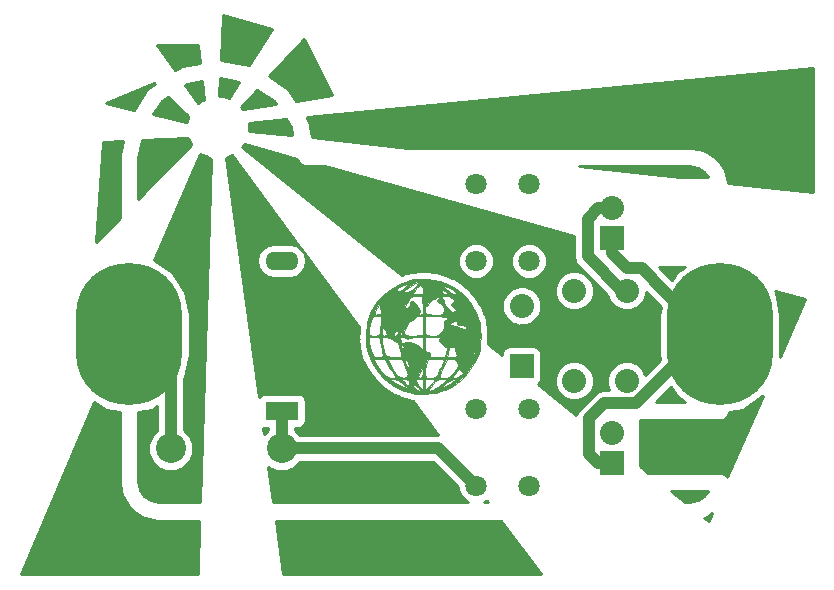
<source format=gbr>
G04 #@! TF.FileFunction,Copper,L1,Top,Signal*
%FSLAX46Y46*%
G04 Gerber Fmt 4.6, Leading zero omitted, Abs format (unit mm)*
G04 Created by KiCad (PCBNEW 4.0.4-stable) date 03/09/17 11:08:23*
%MOMM*%
%LPD*%
G01*
G04 APERTURE LIST*
%ADD10C,0.500000*%
%ADD11C,0.010000*%
%ADD12C,2.540000*%
%ADD13C,2.032000*%
%ADD14C,1.800000*%
%ADD15C,0.010000*%
%ADD16R,2.800000X1.600000*%
%ADD17O,2.800000X1.600000*%
%ADD18R,2.032000X2.032000*%
%ADD19O,9.000000X12.000000*%
%ADD20C,1.016000*%
%ADD21C,0.300000*%
%ADD22C,0.254000*%
G04 APERTURE END LIST*
D10*
D11*
G36*
X25630092Y20062486D02*
X26192908Y20017429D01*
X26667235Y19928807D01*
X26740706Y19907542D01*
X27557578Y19568299D01*
X28306366Y19088203D01*
X28836072Y18612761D01*
X29295128Y18084669D01*
X29641358Y17562757D01*
X29915748Y16982380D01*
X29985661Y16799568D01*
X30094208Y16374991D01*
X30161463Y15842005D01*
X30186724Y15256601D01*
X30169288Y14674766D01*
X30108454Y14152491D01*
X30023268Y13800667D01*
X29651352Y12933657D01*
X29158998Y12177171D01*
X28553541Y11539797D01*
X27842312Y11030122D01*
X27505847Y10852390D01*
X27127794Y10685722D01*
X26745020Y10539788D01*
X26424552Y10439533D01*
X26348332Y10421628D01*
X25990714Y10373357D01*
X25538732Y10347038D01*
X25066094Y10343998D01*
X24646508Y10365564D01*
X24468666Y10387786D01*
X24002855Y10503794D01*
X23482494Y10693168D01*
X22986263Y10924762D01*
X22716875Y11081273D01*
X22151718Y11519924D01*
X22606000Y11519924D01*
X22676788Y11449492D01*
X22866380Y11327474D01*
X23140614Y11174915D01*
X23293137Y11096590D01*
X23657528Y10921621D01*
X23927621Y10806920D01*
X24089182Y10756971D01*
X24127980Y10776259D01*
X24040224Y10861193D01*
X23903753Y10970597D01*
X23824248Y11035426D01*
X24474106Y11035426D01*
X24531397Y10898817D01*
X24641298Y10768632D01*
X24790337Y10647720D01*
X24932111Y10586979D01*
X25021631Y10596067D01*
X25020264Y10611756D01*
X25760409Y10611756D01*
X25802507Y10593848D01*
X25858702Y10611279D01*
X26045329Y10660830D01*
X26118202Y10668000D01*
X26237498Y10716093D01*
X26438601Y10840090D01*
X26549702Y10917855D01*
X26911351Y10917855D01*
X26925151Y10890793D01*
X27037851Y10922532D01*
X27051000Y10927157D01*
X27283427Y11026897D01*
X27563446Y11169799D01*
X27660457Y11224558D01*
X27936293Y11400355D01*
X28057844Y11517826D01*
X28027950Y11581769D01*
X27881496Y11597592D01*
X27641535Y11526632D01*
X27332671Y11313404D01*
X27220333Y11216529D01*
X27006421Y11020754D01*
X26911351Y10917855D01*
X26549702Y10917855D01*
X26680736Y11009572D01*
X26923129Y11194119D01*
X27125007Y11363312D01*
X27245597Y11486730D01*
X27262666Y11521844D01*
X27187142Y11568749D01*
X26996770Y11596292D01*
X26894920Y11599334D01*
X26678331Y11586663D01*
X26518297Y11527409D01*
X26359046Y11389708D01*
X26190977Y11197167D01*
X25945686Y10897620D01*
X25805149Y10707748D01*
X25760409Y10611756D01*
X25020264Y10611756D01*
X25013908Y10684645D01*
X25011401Y10689167D01*
X24877805Y10877738D01*
X24721586Y11037258D01*
X24588855Y11124900D01*
X24541026Y11126061D01*
X24474106Y11035426D01*
X23824248Y11035426D01*
X23691294Y11143836D01*
X23523504Y11281834D01*
X23193333Y11509380D01*
X23090854Y11542000D01*
X23537333Y11542000D01*
X23596398Y11457023D01*
X23744525Y11312503D01*
X23812500Y11253654D01*
X23985547Y11115491D01*
X24070722Y11081615D01*
X24106791Y11143901D01*
X24115528Y11190145D01*
X24116978Y11391541D01*
X24097019Y11478491D01*
X24058566Y11507750D01*
X24638000Y11507750D01*
X24685861Y11407433D01*
X24805633Y11229782D01*
X24961600Y11021282D01*
X25118043Y10828423D01*
X25239245Y10697691D01*
X25283199Y10668000D01*
X25300802Y10744603D01*
X25312474Y10942194D01*
X25315333Y11133667D01*
X25315333Y11599334D01*
X25484666Y11599334D01*
X25488460Y11112500D01*
X25492254Y10625667D01*
X25869460Y11046682D01*
X26060959Y11269596D01*
X26196726Y11445147D01*
X26246666Y11533515D01*
X26170958Y11572776D01*
X25979417Y11596320D01*
X25865666Y11599334D01*
X25484666Y11599334D01*
X25315333Y11599334D01*
X24976666Y11599334D01*
X24764498Y11579022D01*
X24646603Y11528259D01*
X24638000Y11507750D01*
X24058566Y11507750D01*
X24004317Y11549027D01*
X23835297Y11592738D01*
X23659992Y11601678D01*
X23548440Y11567900D01*
X23537333Y11542000D01*
X23090854Y11542000D01*
X22916739Y11597422D01*
X22872446Y11599334D01*
X22688774Y11577319D01*
X22606337Y11523928D01*
X22606000Y11519924D01*
X22151718Y11519924D01*
X22128751Y11537750D01*
X21591538Y12099899D01*
X21133426Y12729189D01*
X20866818Y13229167D01*
X21166983Y13229167D01*
X21221525Y13072396D01*
X21364001Y12833103D01*
X21564223Y12550092D01*
X21791998Y12262169D01*
X22017137Y12008136D01*
X22209450Y11826800D01*
X22306343Y11764705D01*
X22522144Y11708657D01*
X22755227Y11690382D01*
X22930318Y11713324D01*
X22966907Y11734464D01*
X22949774Y11824797D01*
X22853198Y12006151D01*
X22739663Y12178964D01*
X22537561Y12481132D01*
X22340688Y12799562D01*
X22264387Y12932834D01*
X22140949Y13141763D01*
X22101619Y13178794D01*
X22352000Y13178794D01*
X22398288Y13047777D01*
X22519069Y12823784D01*
X22687213Y12549289D01*
X22875591Y12266766D01*
X23057074Y12018691D01*
X23198437Y11853563D01*
X23413938Y11728669D01*
X23667473Y11701284D01*
X23891447Y11770490D01*
X23975560Y11852542D01*
X24867104Y11852542D01*
X24888657Y11728262D01*
X25047158Y11695559D01*
X25090489Y11700325D01*
X25193449Y11734158D01*
X25251260Y11825844D01*
X25279242Y12016513D01*
X25286356Y12169106D01*
X25483959Y12169106D01*
X25492513Y11908565D01*
X25535354Y11748479D01*
X25545014Y11736542D01*
X25659335Y11705290D01*
X25877659Y11696634D01*
X25989514Y11701264D01*
X26183913Y11719130D01*
X26317140Y11763286D01*
X26351281Y11795699D01*
X26718578Y11795699D01*
X26720044Y11756191D01*
X26834653Y11703779D01*
X27045996Y11686176D01*
X27285244Y11702644D01*
X27483570Y11752445D01*
X27509152Y11764646D01*
X27520173Y11774316D01*
X27855333Y11774316D01*
X27918506Y11690722D01*
X28077627Y11689526D01*
X28287094Y11760184D01*
X28501308Y11892154D01*
X28552497Y11935519D01*
X28715695Y12090175D01*
X28761178Y12164088D01*
X28699169Y12187450D01*
X28638500Y12189519D01*
X28484796Y12239851D01*
X28448000Y12319000D01*
X28407622Y12431749D01*
X28373382Y12446000D01*
X28277714Y12382447D01*
X28136618Y12227889D01*
X27991861Y12036480D01*
X27885208Y11862374D01*
X27855333Y11774316D01*
X27520173Y11774316D01*
X27633730Y11873951D01*
X27809473Y12079197D01*
X27979079Y12308813D01*
X28148036Y12562678D01*
X28231541Y12729100D01*
X28243586Y12857693D01*
X28198162Y12998071D01*
X28183158Y13032501D01*
X28093082Y13194840D01*
X27973344Y13270697D01*
X27762513Y13292080D01*
X27683866Y13292667D01*
X27299735Y13292667D01*
X26987582Y12560524D01*
X26856422Y12235224D01*
X26762527Y11967573D01*
X26718578Y11795699D01*
X26351281Y11795699D01*
X26425305Y11865974D01*
X26544516Y12059439D01*
X26681327Y12319000D01*
X26887740Y12718572D01*
X27013378Y12990617D01*
X27052113Y13159601D01*
X26997813Y13249991D01*
X26844350Y13286254D01*
X26585594Y13292855D01*
X26437386Y13292667D01*
X25770029Y13292667D01*
X25627347Y12993461D01*
X25555045Y12767554D01*
X25506026Y12474102D01*
X25483959Y12169106D01*
X25286356Y12169106D01*
X25289397Y12234334D01*
X25293267Y12495649D01*
X25281065Y12600350D01*
X25250355Y12560606D01*
X25233825Y12511768D01*
X25126903Y12275215D01*
X24985748Y12057316D01*
X24867104Y11852542D01*
X23975560Y11852542D01*
X23987561Y11864248D01*
X24013821Y11983477D01*
X23974298Y12179370D01*
X23861649Y12481074D01*
X23790299Y12647415D01*
X23574917Y13137513D01*
X23771638Y13137513D01*
X23825183Y12957742D01*
X23891980Y12784667D01*
X23996430Y12550408D01*
X24078587Y12396673D01*
X24110102Y12361334D01*
X24126029Y12435822D01*
X24115822Y12622869D01*
X24105234Y12712203D01*
X24021194Y13017799D01*
X23874840Y13181798D01*
X23774858Y13206704D01*
X23771638Y13137513D01*
X23574917Y13137513D01*
X23506731Y13292667D01*
X22929365Y13292667D01*
X22601564Y13282859D01*
X22417598Y13250209D01*
X22352930Y13189876D01*
X22352000Y13178794D01*
X22101619Y13178794D01*
X22027567Y13248515D01*
X21862518Y13287383D01*
X21616742Y13292667D01*
X21366660Y13281884D01*
X21203383Y13254156D01*
X21166983Y13229167D01*
X20866818Y13229167D01*
X20782607Y13387089D01*
X20572346Y14012381D01*
X20509905Y14437414D01*
X20482937Y14962934D01*
X20485590Y15165064D01*
X20717938Y15165064D01*
X20769193Y14616182D01*
X20816980Y14271815D01*
X20887670Y13947880D01*
X20946904Y13764650D01*
X21033012Y13585192D01*
X21133206Y13495802D01*
X21304760Y13465198D01*
X21501013Y13462000D01*
X21743627Y13473310D01*
X21897925Y13502257D01*
X21927244Y13525500D01*
X21910674Y13631629D01*
X21867475Y13862777D01*
X21805395Y14178154D01*
X21770447Y14351000D01*
X21663731Y14874368D01*
X21844000Y14874368D01*
X21869688Y14625483D01*
X21935716Y14308942D01*
X22025531Y13985218D01*
X22122578Y13714779D01*
X22201672Y13567834D01*
X22342018Y13505176D01*
X22623505Y13469149D01*
X22874203Y13462000D01*
X23460339Y13462000D01*
X23404597Y13779500D01*
X23334106Y14174936D01*
X23297326Y14340391D01*
X23466217Y14340391D01*
X23487315Y14255828D01*
X23556836Y14162111D01*
X23641708Y14209843D01*
X23695998Y14325429D01*
X23640344Y14408856D01*
X23527548Y14468389D01*
X23485951Y14454841D01*
X23466217Y14340391D01*
X23297326Y14340391D01*
X23275087Y14440427D01*
X23207342Y14612372D01*
X23110673Y14727170D01*
X22964879Y14821222D01*
X22771808Y14919805D01*
X22528592Y15026458D01*
X23399384Y15026458D01*
X23401274Y15021409D01*
X23447835Y14830681D01*
X23452666Y14767409D01*
X23517917Y14672388D01*
X23664607Y14651825D01*
X23819137Y14712072D01*
X23843773Y14733641D01*
X23979410Y14763381D01*
X24209605Y14720892D01*
X24487002Y14626322D01*
X24764245Y14499826D01*
X24993980Y14361553D01*
X25128850Y14231655D01*
X25146000Y14179493D01*
X25192409Y14068224D01*
X25230666Y14054667D01*
X25274910Y14132425D01*
X25305201Y14338407D01*
X25315333Y14605000D01*
X25315333Y15155334D01*
X25484666Y15155334D01*
X25484666Y14576257D01*
X25489747Y14265979D01*
X25514192Y14080883D01*
X25571807Y13976911D01*
X25676398Y13910002D01*
X25696333Y13900739D01*
X25862710Y13764390D01*
X25908000Y13633149D01*
X25922654Y13545464D01*
X25990116Y13494129D01*
X26145633Y13469583D01*
X26424454Y13462265D01*
X26539020Y13462000D01*
X27170040Y13462000D01*
X27351566Y13462000D01*
X27772783Y13462000D01*
X28029064Y13472553D01*
X28155623Y13513367D01*
X28191259Y13598181D01*
X28191307Y13610167D01*
X28139589Y13795846D01*
X28138311Y13798034D01*
X29579576Y13798034D01*
X29595587Y13708578D01*
X29663019Y13660685D01*
X29726654Y13763954D01*
X29782656Y13936660D01*
X29796715Y14009310D01*
X29753366Y14023319D01*
X29665648Y13953935D01*
X29579576Y13798034D01*
X28138311Y13798034D01*
X28070122Y13914730D01*
X27994044Y14085405D01*
X27997206Y14189897D01*
X27992310Y14293679D01*
X27955983Y14308667D01*
X27804556Y14336961D01*
X27736434Y14359607D01*
X27621888Y14344825D01*
X27524584Y14194546D01*
X27436949Y13894570D01*
X27404375Y13737167D01*
X27351566Y13462000D01*
X27170040Y13462000D01*
X27258214Y13779500D01*
X27328803Y14071146D01*
X27336439Y14235262D01*
X27279453Y14302172D01*
X27229104Y14308667D01*
X27112553Y14361460D01*
X26959361Y14492223D01*
X26805443Y14659535D01*
X26721536Y14774334D01*
X29802666Y14774334D01*
X29845000Y14732000D01*
X29887333Y14774334D01*
X29845000Y14816667D01*
X29802666Y14774334D01*
X26721536Y14774334D01*
X26686715Y14821975D01*
X26639091Y14938121D01*
X26657624Y14967764D01*
X26713721Y15018797D01*
X29577770Y15018797D01*
X29591000Y14986000D01*
X29667082Y14905230D01*
X29680663Y14901334D01*
X29717029Y14966840D01*
X29718000Y14986000D01*
X29652912Y15067414D01*
X29628336Y15070667D01*
X29577770Y15018797D01*
X26713721Y15018797D01*
X26749655Y15051487D01*
X26754666Y15077723D01*
X26676925Y15114819D01*
X26471281Y15142261D01*
X26179101Y15154994D01*
X26119666Y15155334D01*
X25484666Y15155334D01*
X25315333Y15155334D01*
X24853650Y15155334D01*
X24547532Y15137068D01*
X24278414Y15090472D01*
X24174020Y15056030D01*
X23985458Y14999104D01*
X23863080Y15049893D01*
X23856770Y15056030D01*
X23698088Y15134759D01*
X23553674Y15155334D01*
X23407802Y15126668D01*
X23399384Y15026458D01*
X22528592Y15026458D01*
X22482173Y15046813D01*
X22216587Y15131923D01*
X22076833Y15153915D01*
X21917115Y15134594D01*
X21853885Y15039649D01*
X21844000Y14874368D01*
X21663731Y14874368D01*
X21615072Y15113000D01*
X20717938Y15165064D01*
X20485590Y15165064D01*
X20490311Y15524567D01*
X20492624Y15554964D01*
X20718497Y15554964D01*
X20739394Y15406865D01*
X20818192Y15325116D01*
X20819061Y15324606D01*
X21022329Y15262376D01*
X21281550Y15246567D01*
X21505209Y15279618D01*
X21560825Y15304844D01*
X21610381Y15412407D01*
X21626695Y15489236D01*
X21817937Y15489236D01*
X21857810Y15351114D01*
X21861873Y15345834D01*
X21979275Y15250267D01*
X22115733Y15282763D01*
X22172003Y15316285D01*
X22235879Y15391943D01*
X22220834Y15457320D01*
X22822062Y15457320D01*
X22822805Y15313945D01*
X22843913Y15284310D01*
X22976584Y15246362D01*
X23112375Y15325643D01*
X23183388Y15473699D01*
X23177515Y15525045D01*
X23368000Y15525045D01*
X23394461Y15357697D01*
X23452519Y15278850D01*
X23510186Y15320602D01*
X23524106Y15368398D01*
X23501122Y15543163D01*
X23460606Y15604594D01*
X23387729Y15635348D01*
X23368000Y15525045D01*
X23177515Y15525045D01*
X23166257Y15623468D01*
X23086582Y15649684D01*
X23718180Y15649684D01*
X23722829Y15447141D01*
X23839744Y15317755D01*
X23897166Y15299753D01*
X24250645Y15259873D01*
X24652986Y15254651D01*
X25005067Y15284676D01*
X25050750Y15292917D01*
X25315333Y15345834D01*
X25315333Y16138073D01*
X25484666Y16138073D01*
X25486744Y15747216D01*
X25508852Y15494636D01*
X25574797Y15349318D01*
X25708390Y15280249D01*
X25933439Y15256414D01*
X26166557Y15249822D01*
X26425354Y15261249D01*
X26612578Y15334911D01*
X26744176Y15449102D01*
X29316564Y15449102D01*
X29333518Y15414967D01*
X29414251Y15327434D01*
X29429102Y15389163D01*
X29408549Y15455319D01*
X29346216Y15547525D01*
X29318062Y15545618D01*
X29316564Y15449102D01*
X26744176Y15449102D01*
X26808952Y15505309D01*
X26841060Y15538116D01*
X27022003Y15749478D01*
X27102280Y15938122D01*
X27114678Y16185562D01*
X27113501Y16215449D01*
X27114299Y16273730D01*
X27618321Y16273730D01*
X27642100Y16192774D01*
X27802633Y16171334D01*
X28003176Y16122818D01*
X28105410Y16049061D01*
X28253490Y15958846D01*
X28483092Y15898314D01*
X28517944Y15893960D01*
X28741011Y15868692D01*
X28886840Y15849057D01*
X28898708Y15846900D01*
X28944194Y15901657D01*
X28940311Y15980834D01*
X28925376Y16002000D01*
X29125333Y16002000D01*
X29154220Y15919535D01*
X29162669Y15917334D01*
X29234955Y15976663D01*
X29252333Y16002000D01*
X29245620Y16080019D01*
X29214996Y16086667D01*
X29128778Y16025207D01*
X29125333Y16002000D01*
X28925376Y16002000D01*
X28866036Y16086094D01*
X28672072Y16142588D01*
X28546044Y16155380D01*
X28307233Y16190200D01*
X28218523Y16253660D01*
X28222574Y16293010D01*
X28188136Y16406820D01*
X28068427Y16493945D01*
X27890812Y16536987D01*
X27751126Y16450121D01*
X27736461Y16434315D01*
X27618321Y16273730D01*
X27114299Y16273730D01*
X27116853Y16459971D01*
X27162123Y16573715D01*
X27228373Y16594667D01*
X27327907Y16658249D01*
X27331371Y16742834D01*
X27298271Y16809773D01*
X27209673Y16855224D01*
X27035947Y16884629D01*
X26747464Y16903429D01*
X26393829Y16915032D01*
X25484666Y16939063D01*
X25484666Y16138073D01*
X25315333Y16138073D01*
X25315333Y16933334D01*
X25028058Y16933334D01*
X24796808Y16896065D01*
X24692048Y16806334D01*
X24581337Y16693742D01*
X24518019Y16679334D01*
X24361616Y16619147D01*
X24176276Y16475434D01*
X24021792Y16303469D01*
X23957973Y16161625D01*
X23907675Y16005379D01*
X23830973Y15879985D01*
X23718180Y15649684D01*
X23086582Y15649684D01*
X23045096Y15663334D01*
X22909623Y15599148D01*
X22822062Y15457320D01*
X22220834Y15457320D01*
X22207278Y15516224D01*
X22132582Y15653656D01*
X22015997Y15827210D01*
X21929641Y15914782D01*
X21920282Y15917334D01*
X21856640Y15845412D01*
X21820036Y15678358D01*
X21817937Y15489236D01*
X21626695Y15489236D01*
X21660563Y15648728D01*
X21703771Y15973435D01*
X21719912Y16150215D01*
X21781174Y16933334D01*
X21402655Y16933334D01*
X21166298Y16924369D01*
X21039673Y16868679D01*
X20963218Y16723066D01*
X20919063Y16582631D01*
X20838686Y16270920D01*
X20765803Y15919176D01*
X20748556Y15817995D01*
X20718497Y15554964D01*
X20492624Y15554964D01*
X20530899Y16057937D01*
X20603568Y16498670D01*
X20616938Y16551956D01*
X20836549Y17136058D01*
X21206187Y17136058D01*
X21299969Y17045390D01*
X21484782Y17058235D01*
X21658112Y17105711D01*
X21733618Y17133397D01*
X21732016Y17219030D01*
X21709284Y17419264D01*
X21688009Y17571015D01*
X21673683Y17667327D01*
X23807488Y17667327D01*
X23898534Y17613732D01*
X23951608Y17610667D01*
X24118335Y17684955D01*
X24204548Y17897896D01*
X24214666Y18040925D01*
X24258916Y18182392D01*
X24373883Y18203446D01*
X24532893Y18122200D01*
X24709272Y17956766D01*
X24876345Y17725253D01*
X24978090Y17522563D01*
X25045016Y17320886D01*
X25025459Y17224774D01*
X24992868Y17206846D01*
X24928220Y17129189D01*
X24938802Y17095436D01*
X24998564Y17027420D01*
X25095017Y17037737D01*
X25181408Y17069392D01*
X25274986Y17194265D01*
X25311629Y17446698D01*
X25484666Y17446698D01*
X25496443Y17229739D01*
X25558922Y17127438D01*
X25712828Y17085413D01*
X25759833Y17079248D01*
X26303063Y17033185D01*
X26693438Y17048514D01*
X26928679Y17125100D01*
X26960285Y17151048D01*
X27060702Y17343343D01*
X27071391Y17583214D01*
X27006344Y17814973D01*
X26879555Y17982935D01*
X26738419Y18034000D01*
X26587837Y18091813D01*
X26518161Y18219876D01*
X26558535Y18350127D01*
X26591710Y18376609D01*
X26659352Y18470199D01*
X26642530Y18513025D01*
X26529498Y18524911D01*
X26413298Y18475295D01*
X26230341Y18392137D01*
X26129178Y18372667D01*
X26013805Y18305486D01*
X25873633Y18138106D01*
X25834551Y18076334D01*
X25704791Y17889729D01*
X25595110Y17786947D01*
X25572188Y17780000D01*
X25517025Y17704975D01*
X25486689Y17517889D01*
X25484666Y17446698D01*
X25311629Y17446698D01*
X25315021Y17470064D01*
X25300831Y17886842D01*
X25261491Y18233850D01*
X25218091Y18550492D01*
X26852764Y18550492D01*
X26887982Y18447163D01*
X26966333Y18372667D01*
X27067963Y18208164D01*
X27093333Y18067919D01*
X27168321Y17860531D01*
X27305000Y17729881D01*
X27456669Y17599984D01*
X27516666Y17490863D01*
X27583276Y17318781D01*
X27739635Y17247250D01*
X27863588Y17276419D01*
X28012356Y17379496D01*
X28062720Y17434410D01*
X28035411Y17526000D01*
X28321000Y17526000D01*
X28327712Y17447982D01*
X28358336Y17441334D01*
X28444554Y17502794D01*
X28448000Y17526000D01*
X28419113Y17608466D01*
X28410663Y17610667D01*
X28338377Y17551338D01*
X28321000Y17526000D01*
X28035411Y17526000D01*
X28034259Y17529862D01*
X27902037Y17662275D01*
X27878082Y17680332D01*
X27807082Y17737667D01*
X28532666Y17737667D01*
X28575000Y17695334D01*
X28617333Y17737667D01*
X28575000Y17780000D01*
X28532666Y17737667D01*
X27807082Y17737667D01*
X27727586Y17801862D01*
X27717381Y17836445D01*
X28814888Y17836445D01*
X28826511Y17786111D01*
X28871333Y17780000D01*
X28941023Y17810979D01*
X28927777Y17836445D01*
X28827298Y17846578D01*
X28814888Y17836445D01*
X27717381Y17836445D01*
X27701797Y17889250D01*
X27776708Y17991667D01*
X28363333Y17991667D01*
X28405666Y17949334D01*
X28448000Y17991667D01*
X28405666Y18034000D01*
X28363333Y17991667D01*
X27776708Y17991667D01*
X27785136Y18003189D01*
X27792979Y18011878D01*
X27918291Y18185047D01*
X27909928Y18326093D01*
X27799877Y18471834D01*
X27633756Y18574501D01*
X27968769Y18574501D01*
X27982333Y18542000D01*
X28094492Y18460495D01*
X28119326Y18457334D01*
X28165230Y18509500D01*
X28151666Y18542000D01*
X28039507Y18623506D01*
X28014673Y18626667D01*
X27968769Y18574501D01*
X27633756Y18574501D01*
X27619661Y18583212D01*
X27324514Y18625557D01*
X27249544Y18626667D01*
X26971276Y18608524D01*
X26852764Y18550492D01*
X25218091Y18550492D01*
X25207650Y18626667D01*
X24766614Y18626667D01*
X24465097Y18606136D01*
X24255420Y18522285D01*
X24088259Y18341727D01*
X23928543Y18059372D01*
X23817929Y17807368D01*
X23807488Y17667327D01*
X21673683Y17667327D01*
X21639692Y17895826D01*
X23542958Y17895826D01*
X23608409Y17864667D01*
X23690116Y17933324D01*
X23784828Y18095868D01*
X23852242Y18252415D01*
X23833567Y18270775D01*
X23713751Y18167413D01*
X23571761Y18006177D01*
X23542958Y17895826D01*
X21639692Y17895826D01*
X21625434Y17991667D01*
X21390015Y17623956D01*
X21235795Y17331346D01*
X21206187Y17136058D01*
X20836549Y17136058D01*
X20908444Y17327275D01*
X21345688Y18045426D01*
X21909433Y18687418D01*
X22148087Y18881911D01*
X24468666Y18881911D01*
X24544811Y18832904D01*
X24739502Y18801799D01*
X24892000Y18796000D01*
X25315333Y18796000D01*
X25315333Y18965334D01*
X26924000Y18965334D01*
X26973608Y18832549D01*
X27135666Y18796000D01*
X27294797Y18823970D01*
X27347333Y18877688D01*
X27281773Y18971343D01*
X27137291Y19074295D01*
X26992188Y19132950D01*
X26971899Y19134667D01*
X26932927Y19063487D01*
X26924000Y18965334D01*
X25315333Y18965334D01*
X25315333Y19081967D01*
X25276170Y19316313D01*
X25211133Y19427445D01*
X27052532Y19427445D01*
X27123728Y19324948D01*
X27273504Y19187193D01*
X27468442Y19039935D01*
X27675126Y18908929D01*
X27860140Y18819930D01*
X27966163Y18796230D01*
X28124810Y18821131D01*
X28150576Y18882431D01*
X28038617Y18982749D01*
X27827101Y19120982D01*
X27570334Y19267002D01*
X27322626Y19390683D01*
X27138283Y19461898D01*
X27093333Y19468929D01*
X27052532Y19427445D01*
X25211133Y19427445D01*
X25180465Y19479848D01*
X25179016Y19481066D01*
X25081962Y19532295D01*
X24976608Y19495697D01*
X24821403Y19351637D01*
X24755683Y19281010D01*
X24589805Y19084098D01*
X24486145Y18930434D01*
X24468666Y18881911D01*
X22148087Y18881911D01*
X22252945Y18967365D01*
X23599029Y18967365D01*
X23623768Y18926847D01*
X23783419Y18920257D01*
X23866226Y18922047D01*
X24062262Y18943248D01*
X24225850Y19015181D01*
X24405220Y19167529D01*
X24596047Y19371208D01*
X24779939Y19586642D01*
X24895289Y19743670D01*
X24919627Y19811339D01*
X24916031Y19812000D01*
X24798807Y19768508D01*
X24586745Y19656138D01*
X24324472Y19502052D01*
X24056613Y19333411D01*
X23827796Y19177376D01*
X23683191Y19061647D01*
X23599029Y18967365D01*
X22252945Y18967365D01*
X22480625Y19152913D01*
X23079218Y19152913D01*
X23117602Y19087994D01*
X23176826Y19026709D01*
X23243695Y19011337D01*
X23350748Y19055132D01*
X23530524Y19171349D01*
X23812500Y19371052D01*
X24027929Y19529856D01*
X24173881Y19646628D01*
X24214666Y19689187D01*
X24145141Y19686036D01*
X23968257Y19631942D01*
X23731553Y19544377D01*
X23482567Y19440814D01*
X23286967Y19348213D01*
X23114984Y19241370D01*
X23079218Y19152913D01*
X22480625Y19152913D01*
X22580445Y19234261D01*
X23339487Y19666966D01*
X24039533Y19930843D01*
X24490522Y20019735D01*
X25041670Y20063435D01*
X25630092Y20062486D01*
X25630092Y20062486D01*
G37*
X25630092Y20062486D02*
X26192908Y20017429D01*
X26667235Y19928807D01*
X26740706Y19907542D01*
X27557578Y19568299D01*
X28306366Y19088203D01*
X28836072Y18612761D01*
X29295128Y18084669D01*
X29641358Y17562757D01*
X29915748Y16982380D01*
X29985661Y16799568D01*
X30094208Y16374991D01*
X30161463Y15842005D01*
X30186724Y15256601D01*
X30169288Y14674766D01*
X30108454Y14152491D01*
X30023268Y13800667D01*
X29651352Y12933657D01*
X29158998Y12177171D01*
X28553541Y11539797D01*
X27842312Y11030122D01*
X27505847Y10852390D01*
X27127794Y10685722D01*
X26745020Y10539788D01*
X26424552Y10439533D01*
X26348332Y10421628D01*
X25990714Y10373357D01*
X25538732Y10347038D01*
X25066094Y10343998D01*
X24646508Y10365564D01*
X24468666Y10387786D01*
X24002855Y10503794D01*
X23482494Y10693168D01*
X22986263Y10924762D01*
X22716875Y11081273D01*
X22151718Y11519924D01*
X22606000Y11519924D01*
X22676788Y11449492D01*
X22866380Y11327474D01*
X23140614Y11174915D01*
X23293137Y11096590D01*
X23657528Y10921621D01*
X23927621Y10806920D01*
X24089182Y10756971D01*
X24127980Y10776259D01*
X24040224Y10861193D01*
X23903753Y10970597D01*
X23824248Y11035426D01*
X24474106Y11035426D01*
X24531397Y10898817D01*
X24641298Y10768632D01*
X24790337Y10647720D01*
X24932111Y10586979D01*
X25021631Y10596067D01*
X25020264Y10611756D01*
X25760409Y10611756D01*
X25802507Y10593848D01*
X25858702Y10611279D01*
X26045329Y10660830D01*
X26118202Y10668000D01*
X26237498Y10716093D01*
X26438601Y10840090D01*
X26549702Y10917855D01*
X26911351Y10917855D01*
X26925151Y10890793D01*
X27037851Y10922532D01*
X27051000Y10927157D01*
X27283427Y11026897D01*
X27563446Y11169799D01*
X27660457Y11224558D01*
X27936293Y11400355D01*
X28057844Y11517826D01*
X28027950Y11581769D01*
X27881496Y11597592D01*
X27641535Y11526632D01*
X27332671Y11313404D01*
X27220333Y11216529D01*
X27006421Y11020754D01*
X26911351Y10917855D01*
X26549702Y10917855D01*
X26680736Y11009572D01*
X26923129Y11194119D01*
X27125007Y11363312D01*
X27245597Y11486730D01*
X27262666Y11521844D01*
X27187142Y11568749D01*
X26996770Y11596292D01*
X26894920Y11599334D01*
X26678331Y11586663D01*
X26518297Y11527409D01*
X26359046Y11389708D01*
X26190977Y11197167D01*
X25945686Y10897620D01*
X25805149Y10707748D01*
X25760409Y10611756D01*
X25020264Y10611756D01*
X25013908Y10684645D01*
X25011401Y10689167D01*
X24877805Y10877738D01*
X24721586Y11037258D01*
X24588855Y11124900D01*
X24541026Y11126061D01*
X24474106Y11035426D01*
X23824248Y11035426D01*
X23691294Y11143836D01*
X23523504Y11281834D01*
X23193333Y11509380D01*
X23090854Y11542000D01*
X23537333Y11542000D01*
X23596398Y11457023D01*
X23744525Y11312503D01*
X23812500Y11253654D01*
X23985547Y11115491D01*
X24070722Y11081615D01*
X24106791Y11143901D01*
X24115528Y11190145D01*
X24116978Y11391541D01*
X24097019Y11478491D01*
X24058566Y11507750D01*
X24638000Y11507750D01*
X24685861Y11407433D01*
X24805633Y11229782D01*
X24961600Y11021282D01*
X25118043Y10828423D01*
X25239245Y10697691D01*
X25283199Y10668000D01*
X25300802Y10744603D01*
X25312474Y10942194D01*
X25315333Y11133667D01*
X25315333Y11599334D01*
X25484666Y11599334D01*
X25488460Y11112500D01*
X25492254Y10625667D01*
X25869460Y11046682D01*
X26060959Y11269596D01*
X26196726Y11445147D01*
X26246666Y11533515D01*
X26170958Y11572776D01*
X25979417Y11596320D01*
X25865666Y11599334D01*
X25484666Y11599334D01*
X25315333Y11599334D01*
X24976666Y11599334D01*
X24764498Y11579022D01*
X24646603Y11528259D01*
X24638000Y11507750D01*
X24058566Y11507750D01*
X24004317Y11549027D01*
X23835297Y11592738D01*
X23659992Y11601678D01*
X23548440Y11567900D01*
X23537333Y11542000D01*
X23090854Y11542000D01*
X22916739Y11597422D01*
X22872446Y11599334D01*
X22688774Y11577319D01*
X22606337Y11523928D01*
X22606000Y11519924D01*
X22151718Y11519924D01*
X22128751Y11537750D01*
X21591538Y12099899D01*
X21133426Y12729189D01*
X20866818Y13229167D01*
X21166983Y13229167D01*
X21221525Y13072396D01*
X21364001Y12833103D01*
X21564223Y12550092D01*
X21791998Y12262169D01*
X22017137Y12008136D01*
X22209450Y11826800D01*
X22306343Y11764705D01*
X22522144Y11708657D01*
X22755227Y11690382D01*
X22930318Y11713324D01*
X22966907Y11734464D01*
X22949774Y11824797D01*
X22853198Y12006151D01*
X22739663Y12178964D01*
X22537561Y12481132D01*
X22340688Y12799562D01*
X22264387Y12932834D01*
X22140949Y13141763D01*
X22101619Y13178794D01*
X22352000Y13178794D01*
X22398288Y13047777D01*
X22519069Y12823784D01*
X22687213Y12549289D01*
X22875591Y12266766D01*
X23057074Y12018691D01*
X23198437Y11853563D01*
X23413938Y11728669D01*
X23667473Y11701284D01*
X23891447Y11770490D01*
X23975560Y11852542D01*
X24867104Y11852542D01*
X24888657Y11728262D01*
X25047158Y11695559D01*
X25090489Y11700325D01*
X25193449Y11734158D01*
X25251260Y11825844D01*
X25279242Y12016513D01*
X25286356Y12169106D01*
X25483959Y12169106D01*
X25492513Y11908565D01*
X25535354Y11748479D01*
X25545014Y11736542D01*
X25659335Y11705290D01*
X25877659Y11696634D01*
X25989514Y11701264D01*
X26183913Y11719130D01*
X26317140Y11763286D01*
X26351281Y11795699D01*
X26718578Y11795699D01*
X26720044Y11756191D01*
X26834653Y11703779D01*
X27045996Y11686176D01*
X27285244Y11702644D01*
X27483570Y11752445D01*
X27509152Y11764646D01*
X27520173Y11774316D01*
X27855333Y11774316D01*
X27918506Y11690722D01*
X28077627Y11689526D01*
X28287094Y11760184D01*
X28501308Y11892154D01*
X28552497Y11935519D01*
X28715695Y12090175D01*
X28761178Y12164088D01*
X28699169Y12187450D01*
X28638500Y12189519D01*
X28484796Y12239851D01*
X28448000Y12319000D01*
X28407622Y12431749D01*
X28373382Y12446000D01*
X28277714Y12382447D01*
X28136618Y12227889D01*
X27991861Y12036480D01*
X27885208Y11862374D01*
X27855333Y11774316D01*
X27520173Y11774316D01*
X27633730Y11873951D01*
X27809473Y12079197D01*
X27979079Y12308813D01*
X28148036Y12562678D01*
X28231541Y12729100D01*
X28243586Y12857693D01*
X28198162Y12998071D01*
X28183158Y13032501D01*
X28093082Y13194840D01*
X27973344Y13270697D01*
X27762513Y13292080D01*
X27683866Y13292667D01*
X27299735Y13292667D01*
X26987582Y12560524D01*
X26856422Y12235224D01*
X26762527Y11967573D01*
X26718578Y11795699D01*
X26351281Y11795699D01*
X26425305Y11865974D01*
X26544516Y12059439D01*
X26681327Y12319000D01*
X26887740Y12718572D01*
X27013378Y12990617D01*
X27052113Y13159601D01*
X26997813Y13249991D01*
X26844350Y13286254D01*
X26585594Y13292855D01*
X26437386Y13292667D01*
X25770029Y13292667D01*
X25627347Y12993461D01*
X25555045Y12767554D01*
X25506026Y12474102D01*
X25483959Y12169106D01*
X25286356Y12169106D01*
X25289397Y12234334D01*
X25293267Y12495649D01*
X25281065Y12600350D01*
X25250355Y12560606D01*
X25233825Y12511768D01*
X25126903Y12275215D01*
X24985748Y12057316D01*
X24867104Y11852542D01*
X23975560Y11852542D01*
X23987561Y11864248D01*
X24013821Y11983477D01*
X23974298Y12179370D01*
X23861649Y12481074D01*
X23790299Y12647415D01*
X23574917Y13137513D01*
X23771638Y13137513D01*
X23825183Y12957742D01*
X23891980Y12784667D01*
X23996430Y12550408D01*
X24078587Y12396673D01*
X24110102Y12361334D01*
X24126029Y12435822D01*
X24115822Y12622869D01*
X24105234Y12712203D01*
X24021194Y13017799D01*
X23874840Y13181798D01*
X23774858Y13206704D01*
X23771638Y13137513D01*
X23574917Y13137513D01*
X23506731Y13292667D01*
X22929365Y13292667D01*
X22601564Y13282859D01*
X22417598Y13250209D01*
X22352930Y13189876D01*
X22352000Y13178794D01*
X22101619Y13178794D01*
X22027567Y13248515D01*
X21862518Y13287383D01*
X21616742Y13292667D01*
X21366660Y13281884D01*
X21203383Y13254156D01*
X21166983Y13229167D01*
X20866818Y13229167D01*
X20782607Y13387089D01*
X20572346Y14012381D01*
X20509905Y14437414D01*
X20482937Y14962934D01*
X20485590Y15165064D01*
X20717938Y15165064D01*
X20769193Y14616182D01*
X20816980Y14271815D01*
X20887670Y13947880D01*
X20946904Y13764650D01*
X21033012Y13585192D01*
X21133206Y13495802D01*
X21304760Y13465198D01*
X21501013Y13462000D01*
X21743627Y13473310D01*
X21897925Y13502257D01*
X21927244Y13525500D01*
X21910674Y13631629D01*
X21867475Y13862777D01*
X21805395Y14178154D01*
X21770447Y14351000D01*
X21663731Y14874368D01*
X21844000Y14874368D01*
X21869688Y14625483D01*
X21935716Y14308942D01*
X22025531Y13985218D01*
X22122578Y13714779D01*
X22201672Y13567834D01*
X22342018Y13505176D01*
X22623505Y13469149D01*
X22874203Y13462000D01*
X23460339Y13462000D01*
X23404597Y13779500D01*
X23334106Y14174936D01*
X23297326Y14340391D01*
X23466217Y14340391D01*
X23487315Y14255828D01*
X23556836Y14162111D01*
X23641708Y14209843D01*
X23695998Y14325429D01*
X23640344Y14408856D01*
X23527548Y14468389D01*
X23485951Y14454841D01*
X23466217Y14340391D01*
X23297326Y14340391D01*
X23275087Y14440427D01*
X23207342Y14612372D01*
X23110673Y14727170D01*
X22964879Y14821222D01*
X22771808Y14919805D01*
X22528592Y15026458D01*
X23399384Y15026458D01*
X23401274Y15021409D01*
X23447835Y14830681D01*
X23452666Y14767409D01*
X23517917Y14672388D01*
X23664607Y14651825D01*
X23819137Y14712072D01*
X23843773Y14733641D01*
X23979410Y14763381D01*
X24209605Y14720892D01*
X24487002Y14626322D01*
X24764245Y14499826D01*
X24993980Y14361553D01*
X25128850Y14231655D01*
X25146000Y14179493D01*
X25192409Y14068224D01*
X25230666Y14054667D01*
X25274910Y14132425D01*
X25305201Y14338407D01*
X25315333Y14605000D01*
X25315333Y15155334D01*
X25484666Y15155334D01*
X25484666Y14576257D01*
X25489747Y14265979D01*
X25514192Y14080883D01*
X25571807Y13976911D01*
X25676398Y13910002D01*
X25696333Y13900739D01*
X25862710Y13764390D01*
X25908000Y13633149D01*
X25922654Y13545464D01*
X25990116Y13494129D01*
X26145633Y13469583D01*
X26424454Y13462265D01*
X26539020Y13462000D01*
X27170040Y13462000D01*
X27351566Y13462000D01*
X27772783Y13462000D01*
X28029064Y13472553D01*
X28155623Y13513367D01*
X28191259Y13598181D01*
X28191307Y13610167D01*
X28139589Y13795846D01*
X28138311Y13798034D01*
X29579576Y13798034D01*
X29595587Y13708578D01*
X29663019Y13660685D01*
X29726654Y13763954D01*
X29782656Y13936660D01*
X29796715Y14009310D01*
X29753366Y14023319D01*
X29665648Y13953935D01*
X29579576Y13798034D01*
X28138311Y13798034D01*
X28070122Y13914730D01*
X27994044Y14085405D01*
X27997206Y14189897D01*
X27992310Y14293679D01*
X27955983Y14308667D01*
X27804556Y14336961D01*
X27736434Y14359607D01*
X27621888Y14344825D01*
X27524584Y14194546D01*
X27436949Y13894570D01*
X27404375Y13737167D01*
X27351566Y13462000D01*
X27170040Y13462000D01*
X27258214Y13779500D01*
X27328803Y14071146D01*
X27336439Y14235262D01*
X27279453Y14302172D01*
X27229104Y14308667D01*
X27112553Y14361460D01*
X26959361Y14492223D01*
X26805443Y14659535D01*
X26721536Y14774334D01*
X29802666Y14774334D01*
X29845000Y14732000D01*
X29887333Y14774334D01*
X29845000Y14816667D01*
X29802666Y14774334D01*
X26721536Y14774334D01*
X26686715Y14821975D01*
X26639091Y14938121D01*
X26657624Y14967764D01*
X26713721Y15018797D01*
X29577770Y15018797D01*
X29591000Y14986000D01*
X29667082Y14905230D01*
X29680663Y14901334D01*
X29717029Y14966840D01*
X29718000Y14986000D01*
X29652912Y15067414D01*
X29628336Y15070667D01*
X29577770Y15018797D01*
X26713721Y15018797D01*
X26749655Y15051487D01*
X26754666Y15077723D01*
X26676925Y15114819D01*
X26471281Y15142261D01*
X26179101Y15154994D01*
X26119666Y15155334D01*
X25484666Y15155334D01*
X25315333Y15155334D01*
X24853650Y15155334D01*
X24547532Y15137068D01*
X24278414Y15090472D01*
X24174020Y15056030D01*
X23985458Y14999104D01*
X23863080Y15049893D01*
X23856770Y15056030D01*
X23698088Y15134759D01*
X23553674Y15155334D01*
X23407802Y15126668D01*
X23399384Y15026458D01*
X22528592Y15026458D01*
X22482173Y15046813D01*
X22216587Y15131923D01*
X22076833Y15153915D01*
X21917115Y15134594D01*
X21853885Y15039649D01*
X21844000Y14874368D01*
X21663731Y14874368D01*
X21615072Y15113000D01*
X20717938Y15165064D01*
X20485590Y15165064D01*
X20490311Y15524567D01*
X20492624Y15554964D01*
X20718497Y15554964D01*
X20739394Y15406865D01*
X20818192Y15325116D01*
X20819061Y15324606D01*
X21022329Y15262376D01*
X21281550Y15246567D01*
X21505209Y15279618D01*
X21560825Y15304844D01*
X21610381Y15412407D01*
X21626695Y15489236D01*
X21817937Y15489236D01*
X21857810Y15351114D01*
X21861873Y15345834D01*
X21979275Y15250267D01*
X22115733Y15282763D01*
X22172003Y15316285D01*
X22235879Y15391943D01*
X22220834Y15457320D01*
X22822062Y15457320D01*
X22822805Y15313945D01*
X22843913Y15284310D01*
X22976584Y15246362D01*
X23112375Y15325643D01*
X23183388Y15473699D01*
X23177515Y15525045D01*
X23368000Y15525045D01*
X23394461Y15357697D01*
X23452519Y15278850D01*
X23510186Y15320602D01*
X23524106Y15368398D01*
X23501122Y15543163D01*
X23460606Y15604594D01*
X23387729Y15635348D01*
X23368000Y15525045D01*
X23177515Y15525045D01*
X23166257Y15623468D01*
X23086582Y15649684D01*
X23718180Y15649684D01*
X23722829Y15447141D01*
X23839744Y15317755D01*
X23897166Y15299753D01*
X24250645Y15259873D01*
X24652986Y15254651D01*
X25005067Y15284676D01*
X25050750Y15292917D01*
X25315333Y15345834D01*
X25315333Y16138073D01*
X25484666Y16138073D01*
X25486744Y15747216D01*
X25508852Y15494636D01*
X25574797Y15349318D01*
X25708390Y15280249D01*
X25933439Y15256414D01*
X26166557Y15249822D01*
X26425354Y15261249D01*
X26612578Y15334911D01*
X26744176Y15449102D01*
X29316564Y15449102D01*
X29333518Y15414967D01*
X29414251Y15327434D01*
X29429102Y15389163D01*
X29408549Y15455319D01*
X29346216Y15547525D01*
X29318062Y15545618D01*
X29316564Y15449102D01*
X26744176Y15449102D01*
X26808952Y15505309D01*
X26841060Y15538116D01*
X27022003Y15749478D01*
X27102280Y15938122D01*
X27114678Y16185562D01*
X27113501Y16215449D01*
X27114299Y16273730D01*
X27618321Y16273730D01*
X27642100Y16192774D01*
X27802633Y16171334D01*
X28003176Y16122818D01*
X28105410Y16049061D01*
X28253490Y15958846D01*
X28483092Y15898314D01*
X28517944Y15893960D01*
X28741011Y15868692D01*
X28886840Y15849057D01*
X28898708Y15846900D01*
X28944194Y15901657D01*
X28940311Y15980834D01*
X28925376Y16002000D01*
X29125333Y16002000D01*
X29154220Y15919535D01*
X29162669Y15917334D01*
X29234955Y15976663D01*
X29252333Y16002000D01*
X29245620Y16080019D01*
X29214996Y16086667D01*
X29128778Y16025207D01*
X29125333Y16002000D01*
X28925376Y16002000D01*
X28866036Y16086094D01*
X28672072Y16142588D01*
X28546044Y16155380D01*
X28307233Y16190200D01*
X28218523Y16253660D01*
X28222574Y16293010D01*
X28188136Y16406820D01*
X28068427Y16493945D01*
X27890812Y16536987D01*
X27751126Y16450121D01*
X27736461Y16434315D01*
X27618321Y16273730D01*
X27114299Y16273730D01*
X27116853Y16459971D01*
X27162123Y16573715D01*
X27228373Y16594667D01*
X27327907Y16658249D01*
X27331371Y16742834D01*
X27298271Y16809773D01*
X27209673Y16855224D01*
X27035947Y16884629D01*
X26747464Y16903429D01*
X26393829Y16915032D01*
X25484666Y16939063D01*
X25484666Y16138073D01*
X25315333Y16138073D01*
X25315333Y16933334D01*
X25028058Y16933334D01*
X24796808Y16896065D01*
X24692048Y16806334D01*
X24581337Y16693742D01*
X24518019Y16679334D01*
X24361616Y16619147D01*
X24176276Y16475434D01*
X24021792Y16303469D01*
X23957973Y16161625D01*
X23907675Y16005379D01*
X23830973Y15879985D01*
X23718180Y15649684D01*
X23086582Y15649684D01*
X23045096Y15663334D01*
X22909623Y15599148D01*
X22822062Y15457320D01*
X22220834Y15457320D01*
X22207278Y15516224D01*
X22132582Y15653656D01*
X22015997Y15827210D01*
X21929641Y15914782D01*
X21920282Y15917334D01*
X21856640Y15845412D01*
X21820036Y15678358D01*
X21817937Y15489236D01*
X21626695Y15489236D01*
X21660563Y15648728D01*
X21703771Y15973435D01*
X21719912Y16150215D01*
X21781174Y16933334D01*
X21402655Y16933334D01*
X21166298Y16924369D01*
X21039673Y16868679D01*
X20963218Y16723066D01*
X20919063Y16582631D01*
X20838686Y16270920D01*
X20765803Y15919176D01*
X20748556Y15817995D01*
X20718497Y15554964D01*
X20492624Y15554964D01*
X20530899Y16057937D01*
X20603568Y16498670D01*
X20616938Y16551956D01*
X20836549Y17136058D01*
X21206187Y17136058D01*
X21299969Y17045390D01*
X21484782Y17058235D01*
X21658112Y17105711D01*
X21733618Y17133397D01*
X21732016Y17219030D01*
X21709284Y17419264D01*
X21688009Y17571015D01*
X21673683Y17667327D01*
X23807488Y17667327D01*
X23898534Y17613732D01*
X23951608Y17610667D01*
X24118335Y17684955D01*
X24204548Y17897896D01*
X24214666Y18040925D01*
X24258916Y18182392D01*
X24373883Y18203446D01*
X24532893Y18122200D01*
X24709272Y17956766D01*
X24876345Y17725253D01*
X24978090Y17522563D01*
X25045016Y17320886D01*
X25025459Y17224774D01*
X24992868Y17206846D01*
X24928220Y17129189D01*
X24938802Y17095436D01*
X24998564Y17027420D01*
X25095017Y17037737D01*
X25181408Y17069392D01*
X25274986Y17194265D01*
X25311629Y17446698D01*
X25484666Y17446698D01*
X25496443Y17229739D01*
X25558922Y17127438D01*
X25712828Y17085413D01*
X25759833Y17079248D01*
X26303063Y17033185D01*
X26693438Y17048514D01*
X26928679Y17125100D01*
X26960285Y17151048D01*
X27060702Y17343343D01*
X27071391Y17583214D01*
X27006344Y17814973D01*
X26879555Y17982935D01*
X26738419Y18034000D01*
X26587837Y18091813D01*
X26518161Y18219876D01*
X26558535Y18350127D01*
X26591710Y18376609D01*
X26659352Y18470199D01*
X26642530Y18513025D01*
X26529498Y18524911D01*
X26413298Y18475295D01*
X26230341Y18392137D01*
X26129178Y18372667D01*
X26013805Y18305486D01*
X25873633Y18138106D01*
X25834551Y18076334D01*
X25704791Y17889729D01*
X25595110Y17786947D01*
X25572188Y17780000D01*
X25517025Y17704975D01*
X25486689Y17517889D01*
X25484666Y17446698D01*
X25311629Y17446698D01*
X25315021Y17470064D01*
X25300831Y17886842D01*
X25261491Y18233850D01*
X25218091Y18550492D01*
X26852764Y18550492D01*
X26887982Y18447163D01*
X26966333Y18372667D01*
X27067963Y18208164D01*
X27093333Y18067919D01*
X27168321Y17860531D01*
X27305000Y17729881D01*
X27456669Y17599984D01*
X27516666Y17490863D01*
X27583276Y17318781D01*
X27739635Y17247250D01*
X27863588Y17276419D01*
X28012356Y17379496D01*
X28062720Y17434410D01*
X28035411Y17526000D01*
X28321000Y17526000D01*
X28327712Y17447982D01*
X28358336Y17441334D01*
X28444554Y17502794D01*
X28448000Y17526000D01*
X28419113Y17608466D01*
X28410663Y17610667D01*
X28338377Y17551338D01*
X28321000Y17526000D01*
X28035411Y17526000D01*
X28034259Y17529862D01*
X27902037Y17662275D01*
X27878082Y17680332D01*
X27807082Y17737667D01*
X28532666Y17737667D01*
X28575000Y17695334D01*
X28617333Y17737667D01*
X28575000Y17780000D01*
X28532666Y17737667D01*
X27807082Y17737667D01*
X27727586Y17801862D01*
X27717381Y17836445D01*
X28814888Y17836445D01*
X28826511Y17786111D01*
X28871333Y17780000D01*
X28941023Y17810979D01*
X28927777Y17836445D01*
X28827298Y17846578D01*
X28814888Y17836445D01*
X27717381Y17836445D01*
X27701797Y17889250D01*
X27776708Y17991667D01*
X28363333Y17991667D01*
X28405666Y17949334D01*
X28448000Y17991667D01*
X28405666Y18034000D01*
X28363333Y17991667D01*
X27776708Y17991667D01*
X27785136Y18003189D01*
X27792979Y18011878D01*
X27918291Y18185047D01*
X27909928Y18326093D01*
X27799877Y18471834D01*
X27633756Y18574501D01*
X27968769Y18574501D01*
X27982333Y18542000D01*
X28094492Y18460495D01*
X28119326Y18457334D01*
X28165230Y18509500D01*
X28151666Y18542000D01*
X28039507Y18623506D01*
X28014673Y18626667D01*
X27968769Y18574501D01*
X27633756Y18574501D01*
X27619661Y18583212D01*
X27324514Y18625557D01*
X27249544Y18626667D01*
X26971276Y18608524D01*
X26852764Y18550492D01*
X25218091Y18550492D01*
X25207650Y18626667D01*
X24766614Y18626667D01*
X24465097Y18606136D01*
X24255420Y18522285D01*
X24088259Y18341727D01*
X23928543Y18059372D01*
X23817929Y17807368D01*
X23807488Y17667327D01*
X21673683Y17667327D01*
X21639692Y17895826D01*
X23542958Y17895826D01*
X23608409Y17864667D01*
X23690116Y17933324D01*
X23784828Y18095868D01*
X23852242Y18252415D01*
X23833567Y18270775D01*
X23713751Y18167413D01*
X23571761Y18006177D01*
X23542958Y17895826D01*
X21639692Y17895826D01*
X21625434Y17991667D01*
X21390015Y17623956D01*
X21235795Y17331346D01*
X21206187Y17136058D01*
X20836549Y17136058D01*
X20908444Y17327275D01*
X21345688Y18045426D01*
X21909433Y18687418D01*
X22148087Y18881911D01*
X24468666Y18881911D01*
X24544811Y18832904D01*
X24739502Y18801799D01*
X24892000Y18796000D01*
X25315333Y18796000D01*
X25315333Y18965334D01*
X26924000Y18965334D01*
X26973608Y18832549D01*
X27135666Y18796000D01*
X27294797Y18823970D01*
X27347333Y18877688D01*
X27281773Y18971343D01*
X27137291Y19074295D01*
X26992188Y19132950D01*
X26971899Y19134667D01*
X26932927Y19063487D01*
X26924000Y18965334D01*
X25315333Y18965334D01*
X25315333Y19081967D01*
X25276170Y19316313D01*
X25211133Y19427445D01*
X27052532Y19427445D01*
X27123728Y19324948D01*
X27273504Y19187193D01*
X27468442Y19039935D01*
X27675126Y18908929D01*
X27860140Y18819930D01*
X27966163Y18796230D01*
X28124810Y18821131D01*
X28150576Y18882431D01*
X28038617Y18982749D01*
X27827101Y19120982D01*
X27570334Y19267002D01*
X27322626Y19390683D01*
X27138283Y19461898D01*
X27093333Y19468929D01*
X27052532Y19427445D01*
X25211133Y19427445D01*
X25180465Y19479848D01*
X25179016Y19481066D01*
X25081962Y19532295D01*
X24976608Y19495697D01*
X24821403Y19351637D01*
X24755683Y19281010D01*
X24589805Y19084098D01*
X24486145Y18930434D01*
X24468666Y18881911D01*
X22148087Y18881911D01*
X22252945Y18967365D01*
X23599029Y18967365D01*
X23623768Y18926847D01*
X23783419Y18920257D01*
X23866226Y18922047D01*
X24062262Y18943248D01*
X24225850Y19015181D01*
X24405220Y19167529D01*
X24596047Y19371208D01*
X24779939Y19586642D01*
X24895289Y19743670D01*
X24919627Y19811339D01*
X24916031Y19812000D01*
X24798807Y19768508D01*
X24586745Y19656138D01*
X24324472Y19502052D01*
X24056613Y19333411D01*
X23827796Y19177376D01*
X23683191Y19061647D01*
X23599029Y18967365D01*
X22252945Y18967365D01*
X22480625Y19152913D01*
X23079218Y19152913D01*
X23117602Y19087994D01*
X23176826Y19026709D01*
X23243695Y19011337D01*
X23350748Y19055132D01*
X23530524Y19171349D01*
X23812500Y19371052D01*
X24027929Y19529856D01*
X24173881Y19646628D01*
X24214666Y19689187D01*
X24145141Y19686036D01*
X23968257Y19631942D01*
X23731553Y19544377D01*
X23482567Y19440814D01*
X23286967Y19348213D01*
X23114984Y19241370D01*
X23079218Y19152913D01*
X22480625Y19152913D01*
X22580445Y19234261D01*
X23339487Y19666966D01*
X24039533Y19930843D01*
X24490522Y20019735D01*
X25041670Y20063435D01*
X25630092Y20062486D01*
D12*
X13335000Y5715000D03*
X3937000Y5715000D03*
D13*
X42545000Y19050000D03*
X42545000Y11430000D03*
X38100000Y19050000D03*
X38100000Y11430000D03*
D14*
X29790000Y21590000D03*
X34290000Y21590000D03*
X34290000Y28090000D03*
X29790000Y28090000D03*
X29790000Y2540000D03*
X34290000Y2540000D03*
X34290000Y9040000D03*
X29790000Y9040000D03*
D15*
X25400000Y15240000D03*
D16*
X13335000Y8890000D03*
D17*
X13335000Y21590000D03*
D13*
X41275000Y26035000D03*
D18*
X41275000Y23495000D03*
D13*
X41275000Y6985000D03*
D18*
X41275000Y4445000D03*
X33655000Y12700000D03*
D13*
X33655000Y17780000D03*
D19*
X50419000Y15381000D03*
X419000Y15381000D03*
D20*
X13335000Y5715000D02*
X26615000Y5715000D01*
X26615000Y5715000D02*
X29790000Y2540000D01*
X13335000Y5715000D02*
X13335000Y8890000D01*
X50419000Y15381000D02*
X49163000Y15381000D01*
X49163000Y15381000D02*
X44831000Y11049000D01*
X50419000Y15381000D02*
X49389000Y15381000D01*
X49389000Y15381000D02*
X45720000Y19050000D01*
X41275000Y4445000D02*
X40132000Y4445000D01*
X43307000Y9525000D02*
X44831000Y11049000D01*
X44831000Y11049000D02*
X48046000Y14264000D01*
X40640000Y9525000D02*
X43307000Y9525000D01*
X39370000Y8255000D02*
X40640000Y9525000D01*
X39370000Y5207000D02*
X39370000Y8255000D01*
X40132000Y4445000D02*
X39370000Y5207000D01*
D21*
X48046000Y14264000D02*
X48046000Y15381000D01*
X48046000Y15381000D02*
X48046000Y16724000D01*
D20*
X48046000Y16724000D02*
X45720000Y19050000D01*
X45720000Y19050000D02*
X43815000Y20955000D01*
X43815000Y20955000D02*
X42545000Y20955000D01*
X42545000Y20955000D02*
X41275000Y22225000D01*
X41275000Y22225000D02*
X41275000Y23495000D01*
X3937000Y5715000D02*
X3937000Y11863000D01*
X3937000Y11863000D02*
X419000Y15381000D01*
D10*
X3937000Y14490000D02*
X3046000Y15381000D01*
D21*
X3937000Y14490000D02*
X3046000Y15381000D01*
X42545000Y19050000D02*
X42164000Y19050000D01*
D20*
X42164000Y19050000D02*
X39243000Y21971000D01*
X39243000Y21971000D02*
X39243000Y25146000D01*
X39243000Y25146000D02*
X40132000Y26035000D01*
X40132000Y26035000D02*
X41275000Y26035000D01*
D22*
G36*
X58293000Y27446520D02*
X51151728Y28221102D01*
X50998615Y28990855D01*
X50998615Y28990856D01*
X50881402Y29273832D01*
X50339471Y30084890D01*
X50267277Y30157083D01*
X50122890Y30301471D01*
X49311832Y30843403D01*
X49028855Y30960615D01*
X48072146Y31150916D01*
X47994832Y31150916D01*
X47919000Y31166000D01*
X24001204Y31166000D01*
X15888193Y32045983D01*
X15618012Y33404272D01*
X15608910Y33426247D01*
X15500800Y33687249D01*
X15448082Y33766147D01*
X58293000Y37959962D01*
X58293000Y27446520D01*
X58293000Y27446520D01*
G37*
X58293000Y27446520D02*
X51151728Y28221102D01*
X50998615Y28990855D01*
X50998615Y28990856D01*
X50881402Y29273832D01*
X50339471Y30084890D01*
X50267277Y30157083D01*
X50122890Y30301471D01*
X49311832Y30843403D01*
X49028855Y30960615D01*
X48072146Y31150916D01*
X47994832Y31150916D01*
X47919000Y31166000D01*
X24001204Y31166000D01*
X15888193Y32045983D01*
X15618012Y33404272D01*
X15608910Y33426247D01*
X15500800Y33687249D01*
X15448082Y33766147D01*
X58293000Y37959962D01*
X58293000Y27446520D01*
G36*
X48569415Y29451246D02*
X49120812Y29082815D01*
X49399319Y28666000D01*
X47049988Y28666000D01*
X38475840Y29596000D01*
X47841686Y29596000D01*
X48569415Y29451246D01*
X48569415Y29451246D01*
G37*
X48569415Y29451246D02*
X49120812Y29082815D01*
X49399319Y28666000D01*
X47049988Y28666000D01*
X38475840Y29596000D01*
X47841686Y29596000D01*
X48569415Y29451246D01*
G36*
X14108643Y32944833D02*
X14252137Y32223438D01*
X10556144Y32624326D01*
X10554010Y32890439D01*
X10554356Y33287131D01*
X13675774Y33592667D01*
X14108643Y32944833D01*
X14108643Y32944833D01*
G37*
X14108643Y32944833D02*
X14252137Y32223438D01*
X10556144Y32624326D01*
X10554010Y32890439D01*
X10554356Y33287131D01*
X13675774Y33592667D01*
X14108643Y32944833D01*
G36*
X49479634Y-431819D02*
X49134340Y-154922D01*
X49311832Y-81403D01*
X49761753Y219225D01*
X49479634Y-431819D01*
X49479634Y-431819D01*
G37*
X49479634Y-431819D02*
X49134340Y-154922D01*
X49311832Y-81403D01*
X49761753Y219225D01*
X49479634Y-431819D01*
G36*
X49120812Y1679185D02*
X48569415Y1310754D01*
X47841686Y1166000D01*
X47487135Y1166000D01*
X46327414Y2096000D01*
X49399319Y2096000D01*
X49120812Y1679185D01*
X49120812Y1679185D01*
G37*
X49120812Y1679185D02*
X48569415Y1310754D01*
X47841686Y1166000D01*
X47487135Y1166000D01*
X46327414Y2096000D01*
X49399319Y2096000D01*
X49120812Y1679185D01*
G36*
X51087573Y3278811D02*
X51071704Y3317123D01*
X51017033Y3371794D01*
X50974079Y3436079D01*
X50909791Y3479035D01*
X50855122Y3533703D01*
X50783693Y3563290D01*
X50719406Y3606245D01*
X50643576Y3621329D01*
X50572146Y3650916D01*
X50494832Y3650916D01*
X50419000Y3666000D01*
X44369605Y3666000D01*
X43704000Y4199760D01*
X43704000Y8096000D01*
X50419000Y8096000D01*
X50719406Y8155755D01*
X50974079Y8325921D01*
X51144245Y8580594D01*
X51181458Y8767676D01*
X52384079Y9006892D01*
X54049993Y10120020D01*
X54055979Y10128979D01*
X51087573Y3278811D01*
X51087573Y3278811D01*
G37*
X51087573Y3278811D02*
X51071704Y3317123D01*
X51017033Y3371794D01*
X50974079Y3436079D01*
X50909791Y3479035D01*
X50855122Y3533703D01*
X50783693Y3563290D01*
X50719406Y3606245D01*
X50643576Y3621329D01*
X50572146Y3650916D01*
X50494832Y3650916D01*
X50419000Y3666000D01*
X44369605Y3666000D01*
X43704000Y4199760D01*
X43704000Y8096000D01*
X50419000Y8096000D01*
X50719406Y8155755D01*
X50974079Y8325921D01*
X51144245Y8580594D01*
X51181458Y8767676D01*
X52384079Y9006892D01*
X54049993Y10120020D01*
X54055979Y10128979D01*
X51087573Y3278811D01*
G36*
X14645215Y30247306D02*
X14649084Y30227854D01*
X14678671Y30156424D01*
X14693755Y30080594D01*
X14736710Y30016307D01*
X14766297Y29944878D01*
X14820965Y29890209D01*
X14863921Y29825921D01*
X14928206Y29782967D01*
X14982877Y29728296D01*
X15054310Y29698708D01*
X15118594Y29655755D01*
X15194424Y29640671D01*
X15265855Y29611084D01*
X15343168Y29611084D01*
X15419000Y29596000D01*
X16993675Y29596000D01*
X38100000Y23742513D01*
X38100000Y21971000D01*
X38187006Y21533593D01*
X38434777Y21162777D01*
X40907231Y18690323D01*
X41144534Y18116005D01*
X41608563Y17651166D01*
X42215155Y17399287D01*
X42871963Y17398714D01*
X43478995Y17649534D01*
X43943834Y18113563D01*
X44195713Y18720155D01*
X44195920Y18957634D01*
X45426446Y17727108D01*
X45284000Y17010987D01*
X45284000Y13751013D01*
X45388950Y13223396D01*
X44116241Y11950687D01*
X43945466Y12363995D01*
X43481437Y12828834D01*
X42874845Y13080713D01*
X42218037Y13081286D01*
X41611005Y12830466D01*
X41146166Y12366437D01*
X40894287Y11759845D01*
X40893714Y11103037D01*
X41073467Y10668000D01*
X40640000Y10668000D01*
X40202593Y10580994D01*
X39831777Y10333223D01*
X38561777Y9063223D01*
X38314006Y8692407D01*
X38284788Y8545518D01*
X35095531Y11103037D01*
X36448714Y11103037D01*
X36699534Y10496005D01*
X37163563Y10031166D01*
X37770155Y9779287D01*
X38426963Y9778714D01*
X39033995Y10029534D01*
X39498834Y10493563D01*
X39750713Y11100155D01*
X39751286Y11756963D01*
X39500466Y12363995D01*
X39036437Y12828834D01*
X38429845Y13080713D01*
X37773037Y13081286D01*
X37166005Y12830466D01*
X36701166Y12366437D01*
X36449287Y11759845D01*
X36448714Y11103037D01*
X35095531Y11103037D01*
X35035890Y11150864D01*
X35073340Y11188315D01*
X35122441Y11219910D01*
X35160206Y11275180D01*
X35209327Y11324302D01*
X35233279Y11382126D01*
X35267431Y11432110D01*
X35280295Y11495633D01*
X35306000Y11557691D01*
X35306000Y11622569D01*
X35318440Y11684000D01*
X35318440Y13716000D01*
X35306000Y13782113D01*
X35306000Y13842309D01*
X35285245Y13892416D01*
X35274162Y13951317D01*
X35236792Y14009391D01*
X35209327Y14075698D01*
X35166686Y14118339D01*
X35135090Y14167441D01*
X35079821Y14205205D01*
X35030699Y14254327D01*
X34972872Y14278280D01*
X34922890Y14312431D01*
X34859369Y14325294D01*
X34797310Y14351000D01*
X34732431Y14351000D01*
X34671000Y14363440D01*
X32639000Y14363440D01*
X32572887Y14351000D01*
X32512690Y14351000D01*
X32462582Y14330245D01*
X32403683Y14319162D01*
X32345610Y14281793D01*
X32279301Y14254327D01*
X32236660Y14211685D01*
X32187559Y14180090D01*
X32149794Y14124820D01*
X32100673Y14075698D01*
X32076721Y14017874D01*
X32042569Y13967890D01*
X32029705Y13904367D01*
X32004000Y13842309D01*
X32004000Y13777431D01*
X31991560Y13716000D01*
X31991560Y13592164D01*
X30798915Y14548566D01*
X30804990Y14600720D01*
X30802754Y14628467D01*
X30809001Y14655596D01*
X30826437Y15237430D01*
X30822514Y15260787D01*
X30826129Y15284192D01*
X30800868Y15869596D01*
X30794540Y15895514D01*
X30796428Y15922128D01*
X30729173Y16455114D01*
X30716436Y16493309D01*
X30714265Y16533514D01*
X30605718Y16958091D01*
X30589680Y16991579D01*
X30583438Y17028177D01*
X30513526Y17210989D01*
X30500351Y17231928D01*
X30494343Y17255928D01*
X30219953Y17836304D01*
X30192301Y17873601D01*
X30174676Y17916553D01*
X30087239Y18048358D01*
X31993184Y18048358D01*
X32003974Y17750813D01*
X32003714Y17453037D01*
X32015836Y17423700D01*
X32016986Y17391981D01*
X32222378Y16896120D01*
X32235924Y16891044D01*
X32254534Y16846005D01*
X32718563Y16381166D01*
X32765810Y16361547D01*
X32771120Y16347378D01*
X33050147Y16243480D01*
X33325155Y16129287D01*
X33356898Y16129259D01*
X33386642Y16118184D01*
X33684187Y16128974D01*
X33981963Y16128714D01*
X34011300Y16140836D01*
X34043019Y16141986D01*
X34538880Y16347378D01*
X34543956Y16360924D01*
X34588995Y16379534D01*
X35053834Y16843563D01*
X35073453Y16890810D01*
X35087622Y16896120D01*
X35191520Y17175147D01*
X35305713Y17450155D01*
X35305741Y17481898D01*
X35316816Y17511642D01*
X35306026Y17809187D01*
X35306286Y18106963D01*
X35294164Y18136300D01*
X35293014Y18168019D01*
X35087622Y18663880D01*
X35074076Y18668956D01*
X35055466Y18713995D01*
X35046440Y18723037D01*
X36448714Y18723037D01*
X36699534Y18116005D01*
X37163563Y17651166D01*
X37770155Y17399287D01*
X38426963Y17398714D01*
X39033995Y17649534D01*
X39498834Y18113563D01*
X39750713Y18720155D01*
X39751286Y19376963D01*
X39500466Y19983995D01*
X39036437Y20448834D01*
X38429845Y20700713D01*
X37773037Y20701286D01*
X37166005Y20450466D01*
X36701166Y19986437D01*
X36449287Y19379845D01*
X36448714Y18723037D01*
X35046440Y18723037D01*
X34591437Y19178834D01*
X34544190Y19198453D01*
X34538880Y19212622D01*
X34259853Y19316520D01*
X33984845Y19430713D01*
X33953102Y19430741D01*
X33923358Y19441816D01*
X33625813Y19431026D01*
X33328037Y19431286D01*
X33298700Y19419164D01*
X33266981Y19418014D01*
X32771120Y19212622D01*
X32766044Y19199076D01*
X32721005Y19180466D01*
X32256166Y18716437D01*
X32236547Y18669190D01*
X32222378Y18663880D01*
X32118480Y18384853D01*
X32004287Y18109845D01*
X32004259Y18078102D01*
X31993184Y18048358D01*
X30087239Y18048358D01*
X29828446Y18438466D01*
X29798929Y18468180D01*
X29778146Y18504543D01*
X29319089Y19032635D01*
X29287514Y19057084D01*
X29263567Y19089047D01*
X28733861Y19564489D01*
X28689204Y19590962D01*
X28651806Y19626972D01*
X27903017Y20107068D01*
X27850193Y20127787D01*
X27803041Y20159356D01*
X26986169Y20498599D01*
X26950730Y20505682D01*
X26918641Y20522310D01*
X26845170Y20543575D01*
X26813905Y20546251D01*
X26784777Y20557921D01*
X26310450Y20646543D01*
X26276574Y20646149D01*
X26243981Y20655388D01*
X25681165Y20700445D01*
X25655982Y20697499D01*
X25631124Y20702485D01*
X25042702Y20703434D01*
X25017052Y20698375D01*
X24991084Y20701433D01*
X24439936Y20657733D01*
X24404048Y20647589D01*
X24366756Y20647654D01*
X23915767Y20558762D01*
X23866434Y20538428D01*
X23813795Y20529710D01*
X23491740Y20408314D01*
X22397244Y21286009D01*
X28254735Y21286009D01*
X28487932Y20721629D01*
X28919357Y20289449D01*
X29483330Y20055267D01*
X30093991Y20054735D01*
X30658371Y20287932D01*
X31090551Y20719357D01*
X31324733Y21283330D01*
X31324735Y21286009D01*
X32754735Y21286009D01*
X32987932Y20721629D01*
X33419357Y20289449D01*
X33983330Y20055267D01*
X34593991Y20054735D01*
X35158371Y20287932D01*
X35590551Y20719357D01*
X35824733Y21283330D01*
X35825265Y21893991D01*
X35592068Y22458371D01*
X35160643Y22890551D01*
X34596670Y23124733D01*
X33986009Y23125265D01*
X33421629Y22892068D01*
X32989449Y22460643D01*
X32755267Y21896670D01*
X32754735Y21286009D01*
X31324735Y21286009D01*
X31325265Y21893991D01*
X31092068Y22458371D01*
X30660643Y22890551D01*
X30096670Y23124733D01*
X29486009Y23125265D01*
X28921629Y22892068D01*
X28489449Y22460643D01*
X28255267Y21896670D01*
X28254735Y21286009D01*
X22397244Y21286009D01*
X9995780Y31230953D01*
X10151542Y31386443D01*
X10158189Y31402450D01*
X10164743Y31406353D01*
X10193166Y31476560D01*
X10197431Y31480825D01*
X14645215Y30247306D01*
X14645215Y30247306D01*
G37*
X14645215Y30247306D02*
X14649084Y30227854D01*
X14678671Y30156424D01*
X14693755Y30080594D01*
X14736710Y30016307D01*
X14766297Y29944878D01*
X14820965Y29890209D01*
X14863921Y29825921D01*
X14928206Y29782967D01*
X14982877Y29728296D01*
X15054310Y29698708D01*
X15118594Y29655755D01*
X15194424Y29640671D01*
X15265855Y29611084D01*
X15343168Y29611084D01*
X15419000Y29596000D01*
X16993675Y29596000D01*
X38100000Y23742513D01*
X38100000Y21971000D01*
X38187006Y21533593D01*
X38434777Y21162777D01*
X40907231Y18690323D01*
X41144534Y18116005D01*
X41608563Y17651166D01*
X42215155Y17399287D01*
X42871963Y17398714D01*
X43478995Y17649534D01*
X43943834Y18113563D01*
X44195713Y18720155D01*
X44195920Y18957634D01*
X45426446Y17727108D01*
X45284000Y17010987D01*
X45284000Y13751013D01*
X45388950Y13223396D01*
X44116241Y11950687D01*
X43945466Y12363995D01*
X43481437Y12828834D01*
X42874845Y13080713D01*
X42218037Y13081286D01*
X41611005Y12830466D01*
X41146166Y12366437D01*
X40894287Y11759845D01*
X40893714Y11103037D01*
X41073467Y10668000D01*
X40640000Y10668000D01*
X40202593Y10580994D01*
X39831777Y10333223D01*
X38561777Y9063223D01*
X38314006Y8692407D01*
X38284788Y8545518D01*
X35095531Y11103037D01*
X36448714Y11103037D01*
X36699534Y10496005D01*
X37163563Y10031166D01*
X37770155Y9779287D01*
X38426963Y9778714D01*
X39033995Y10029534D01*
X39498834Y10493563D01*
X39750713Y11100155D01*
X39751286Y11756963D01*
X39500466Y12363995D01*
X39036437Y12828834D01*
X38429845Y13080713D01*
X37773037Y13081286D01*
X37166005Y12830466D01*
X36701166Y12366437D01*
X36449287Y11759845D01*
X36448714Y11103037D01*
X35095531Y11103037D01*
X35035890Y11150864D01*
X35073340Y11188315D01*
X35122441Y11219910D01*
X35160206Y11275180D01*
X35209327Y11324302D01*
X35233279Y11382126D01*
X35267431Y11432110D01*
X35280295Y11495633D01*
X35306000Y11557691D01*
X35306000Y11622569D01*
X35318440Y11684000D01*
X35318440Y13716000D01*
X35306000Y13782113D01*
X35306000Y13842309D01*
X35285245Y13892416D01*
X35274162Y13951317D01*
X35236792Y14009391D01*
X35209327Y14075698D01*
X35166686Y14118339D01*
X35135090Y14167441D01*
X35079821Y14205205D01*
X35030699Y14254327D01*
X34972872Y14278280D01*
X34922890Y14312431D01*
X34859369Y14325294D01*
X34797310Y14351000D01*
X34732431Y14351000D01*
X34671000Y14363440D01*
X32639000Y14363440D01*
X32572887Y14351000D01*
X32512690Y14351000D01*
X32462582Y14330245D01*
X32403683Y14319162D01*
X32345610Y14281793D01*
X32279301Y14254327D01*
X32236660Y14211685D01*
X32187559Y14180090D01*
X32149794Y14124820D01*
X32100673Y14075698D01*
X32076721Y14017874D01*
X32042569Y13967890D01*
X32029705Y13904367D01*
X32004000Y13842309D01*
X32004000Y13777431D01*
X31991560Y13716000D01*
X31991560Y13592164D01*
X30798915Y14548566D01*
X30804990Y14600720D01*
X30802754Y14628467D01*
X30809001Y14655596D01*
X30826437Y15237430D01*
X30822514Y15260787D01*
X30826129Y15284192D01*
X30800868Y15869596D01*
X30794540Y15895514D01*
X30796428Y15922128D01*
X30729173Y16455114D01*
X30716436Y16493309D01*
X30714265Y16533514D01*
X30605718Y16958091D01*
X30589680Y16991579D01*
X30583438Y17028177D01*
X30513526Y17210989D01*
X30500351Y17231928D01*
X30494343Y17255928D01*
X30219953Y17836304D01*
X30192301Y17873601D01*
X30174676Y17916553D01*
X30087239Y18048358D01*
X31993184Y18048358D01*
X32003974Y17750813D01*
X32003714Y17453037D01*
X32015836Y17423700D01*
X32016986Y17391981D01*
X32222378Y16896120D01*
X32235924Y16891044D01*
X32254534Y16846005D01*
X32718563Y16381166D01*
X32765810Y16361547D01*
X32771120Y16347378D01*
X33050147Y16243480D01*
X33325155Y16129287D01*
X33356898Y16129259D01*
X33386642Y16118184D01*
X33684187Y16128974D01*
X33981963Y16128714D01*
X34011300Y16140836D01*
X34043019Y16141986D01*
X34538880Y16347378D01*
X34543956Y16360924D01*
X34588995Y16379534D01*
X35053834Y16843563D01*
X35073453Y16890810D01*
X35087622Y16896120D01*
X35191520Y17175147D01*
X35305713Y17450155D01*
X35305741Y17481898D01*
X35316816Y17511642D01*
X35306026Y17809187D01*
X35306286Y18106963D01*
X35294164Y18136300D01*
X35293014Y18168019D01*
X35087622Y18663880D01*
X35074076Y18668956D01*
X35055466Y18713995D01*
X35046440Y18723037D01*
X36448714Y18723037D01*
X36699534Y18116005D01*
X37163563Y17651166D01*
X37770155Y17399287D01*
X38426963Y17398714D01*
X39033995Y17649534D01*
X39498834Y18113563D01*
X39750713Y18720155D01*
X39751286Y19376963D01*
X39500466Y19983995D01*
X39036437Y20448834D01*
X38429845Y20700713D01*
X37773037Y20701286D01*
X37166005Y20450466D01*
X36701166Y19986437D01*
X36449287Y19379845D01*
X36448714Y18723037D01*
X35046440Y18723037D01*
X34591437Y19178834D01*
X34544190Y19198453D01*
X34538880Y19212622D01*
X34259853Y19316520D01*
X33984845Y19430713D01*
X33953102Y19430741D01*
X33923358Y19441816D01*
X33625813Y19431026D01*
X33328037Y19431286D01*
X33298700Y19419164D01*
X33266981Y19418014D01*
X32771120Y19212622D01*
X32766044Y19199076D01*
X32721005Y19180466D01*
X32256166Y18716437D01*
X32236547Y18669190D01*
X32222378Y18663880D01*
X32118480Y18384853D01*
X32004287Y18109845D01*
X32004259Y18078102D01*
X31993184Y18048358D01*
X30087239Y18048358D01*
X29828446Y18438466D01*
X29798929Y18468180D01*
X29778146Y18504543D01*
X29319089Y19032635D01*
X29287514Y19057084D01*
X29263567Y19089047D01*
X28733861Y19564489D01*
X28689204Y19590962D01*
X28651806Y19626972D01*
X27903017Y20107068D01*
X27850193Y20127787D01*
X27803041Y20159356D01*
X26986169Y20498599D01*
X26950730Y20505682D01*
X26918641Y20522310D01*
X26845170Y20543575D01*
X26813905Y20546251D01*
X26784777Y20557921D01*
X26310450Y20646543D01*
X26276574Y20646149D01*
X26243981Y20655388D01*
X25681165Y20700445D01*
X25655982Y20697499D01*
X25631124Y20702485D01*
X25042702Y20703434D01*
X25017052Y20698375D01*
X24991084Y20701433D01*
X24439936Y20657733D01*
X24404048Y20647589D01*
X24366756Y20647654D01*
X23915767Y20558762D01*
X23866434Y20538428D01*
X23813795Y20529710D01*
X23491740Y20408314D01*
X22397244Y21286009D01*
X28254735Y21286009D01*
X28487932Y20721629D01*
X28919357Y20289449D01*
X29483330Y20055267D01*
X30093991Y20054735D01*
X30658371Y20287932D01*
X31090551Y20719357D01*
X31324733Y21283330D01*
X31324735Y21286009D01*
X32754735Y21286009D01*
X32987932Y20721629D01*
X33419357Y20289449D01*
X33983330Y20055267D01*
X34593991Y20054735D01*
X35158371Y20287932D01*
X35590551Y20719357D01*
X35824733Y21283330D01*
X35825265Y21893991D01*
X35592068Y22458371D01*
X35160643Y22890551D01*
X34596670Y23124733D01*
X33986009Y23125265D01*
X33421629Y22892068D01*
X32989449Y22460643D01*
X32755267Y21896670D01*
X32754735Y21286009D01*
X31324735Y21286009D01*
X31325265Y21893991D01*
X31092068Y22458371D01*
X30660643Y22890551D01*
X30096670Y23124733D01*
X29486009Y23125265D01*
X28921629Y22892068D01*
X28489449Y22460643D01*
X28255267Y21896670D01*
X28254735Y21286009D01*
X22397244Y21286009D01*
X9995780Y31230953D01*
X10151542Y31386443D01*
X10158189Y31402450D01*
X10164743Y31406353D01*
X10193166Y31476560D01*
X10197431Y31480825D01*
X14645215Y30247306D01*
G36*
X46788007Y10120020D02*
X47467496Y9666000D01*
X45064446Y9666000D01*
X46279500Y10881054D01*
X46788007Y10120020D01*
X46788007Y10120020D01*
G37*
X46788007Y10120020D02*
X47467496Y9666000D01*
X45064446Y9666000D01*
X46279500Y10881054D01*
X46788007Y10120020D01*
G36*
X57610454Y18331614D02*
X55493307Y13445890D01*
X55554000Y13751013D01*
X55554000Y17010987D01*
X55163121Y18976066D01*
X55135010Y19018137D01*
X57610454Y18331614D01*
X57610454Y18331614D01*
G37*
X57610454Y18331614D02*
X55493307Y13445890D01*
X55554000Y13751013D01*
X55554000Y17010987D01*
X55163121Y18976066D01*
X55135010Y19018137D01*
X57610454Y18331614D01*
G36*
X46788007Y20641980D02*
X46370023Y20016423D01*
X45290446Y21096000D01*
X47467496Y21096000D01*
X46788007Y20641980D01*
X46788007Y20641980D01*
G37*
X46788007Y20641980D02*
X46370023Y20016423D01*
X45290446Y21096000D01*
X47467496Y21096000D01*
X46788007Y20641980D01*
G36*
X35308516Y-4953000D02*
X13445928Y-4953000D01*
X12828564Y-404000D01*
X31953225Y-404000D01*
X35308516Y-4953000D01*
X35308516Y-4953000D01*
G37*
X35308516Y-4953000D02*
X13445928Y-4953000D01*
X12828564Y-404000D01*
X31953225Y-404000D01*
X35308516Y-4953000D01*
G36*
X28254929Y2458625D02*
X28254735Y2236009D01*
X28487932Y1671629D01*
X28919357Y1239449D01*
X29096242Y1166000D01*
X12615492Y1166000D01*
X12211304Y4144227D01*
X12254495Y4100961D01*
X12954410Y3810332D01*
X13712265Y3809670D01*
X14412686Y4099078D01*
X14886435Y4572000D01*
X26141554Y4572000D01*
X28254929Y2458625D01*
X28254929Y2458625D01*
G37*
X28254929Y2458625D02*
X28254735Y2236009D01*
X28487932Y1671629D01*
X28919357Y1239449D01*
X29096242Y1166000D01*
X12615492Y1166000D01*
X12211304Y4144227D01*
X12254495Y4100961D01*
X12954410Y3810332D01*
X13712265Y3809670D01*
X14412686Y4099078D01*
X14886435Y4572000D01*
X26141554Y4572000D01*
X28254929Y2458625D01*
G36*
X30795211Y1166000D02*
X30484282Y1166000D01*
X30658371Y1237932D01*
X30706625Y1286102D01*
X30795211Y1166000D01*
X30795211Y1166000D01*
G37*
X30795211Y1166000D02*
X30484282Y1166000D01*
X30658371Y1237932D01*
X30706625Y1286102D01*
X30795211Y1166000D01*
G36*
X14975182Y22614309D02*
X14524019Y22915767D01*
X13974868Y23025000D01*
X12695132Y23025000D01*
X12145981Y22915767D01*
X11680434Y22604698D01*
X11369365Y22139151D01*
X11260132Y21590000D01*
X11369365Y21040849D01*
X11680434Y20575302D01*
X12145981Y20264233D01*
X12695132Y20155000D01*
X13974868Y20155000D01*
X14524019Y20264233D01*
X14989566Y20575302D01*
X15300635Y21040849D01*
X15409868Y21590000D01*
X15300635Y22139151D01*
X15059793Y22499596D01*
X19881757Y15962125D01*
X19854469Y15603526D01*
X19854469Y15603523D01*
X19852156Y15573126D01*
X19853699Y15560370D01*
X19852624Y15554964D01*
X19853793Y15549089D01*
X19850366Y15532971D01*
X19845645Y15173468D01*
X19845645Y15173463D01*
X19842992Y14971333D01*
X19846797Y14950799D01*
X19843778Y14930134D01*
X19870746Y14404614D01*
X19878245Y14374951D01*
X19876701Y14344391D01*
X19939142Y13919358D01*
X19958397Y13865306D01*
X19965723Y13808398D01*
X20175985Y13183106D01*
X20202473Y13136921D01*
X20217880Y13085952D01*
X20302091Y12928029D01*
X20302093Y12928027D01*
X20568698Y12428053D01*
X20597165Y12393296D01*
X20616010Y12352519D01*
X21074122Y11723229D01*
X21105751Y11694047D01*
X21128844Y11657729D01*
X21666057Y11095580D01*
X21692912Y11076741D01*
X21699170Y11067376D01*
X21714951Y11056831D01*
X21736340Y11032168D01*
X21759307Y11014342D01*
X22324464Y10575691D01*
X22363027Y10556408D01*
X22395367Y10527890D01*
X22664755Y10371379D01*
X22692206Y10361977D01*
X22715598Y10344814D01*
X23211829Y10113219D01*
X23239377Y10106468D01*
X23263623Y10091757D01*
X23783984Y9902383D01*
X23817509Y9897224D01*
X23848190Y9882764D01*
X24314001Y9766756D01*
X24352621Y9764911D01*
X24389313Y9752725D01*
X24469093Y9742756D01*
X26596857Y6858000D01*
X14885722Y6858000D01*
X14478000Y7266435D01*
X14478000Y7442560D01*
X14735000Y7442560D01*
X14970317Y7486838D01*
X15186441Y7625910D01*
X15331431Y7838110D01*
X15382440Y8090000D01*
X15382440Y9690000D01*
X15338162Y9925317D01*
X15199090Y10141441D01*
X14986890Y10286431D01*
X14735000Y10337440D01*
X11935000Y10337440D01*
X11699683Y10293162D01*
X11483559Y10154090D01*
X11410242Y10046788D01*
X8657477Y30330325D01*
X9137331Y30529088D01*
X14975182Y22614309D01*
X14975182Y22614309D01*
G37*
X14975182Y22614309D02*
X14524019Y22915767D01*
X13974868Y23025000D01*
X12695132Y23025000D01*
X12145981Y22915767D01*
X11680434Y22604698D01*
X11369365Y22139151D01*
X11260132Y21590000D01*
X11369365Y21040849D01*
X11680434Y20575302D01*
X12145981Y20264233D01*
X12695132Y20155000D01*
X13974868Y20155000D01*
X14524019Y20264233D01*
X14989566Y20575302D01*
X15300635Y21040849D01*
X15409868Y21590000D01*
X15300635Y22139151D01*
X15059793Y22499596D01*
X19881757Y15962125D01*
X19854469Y15603526D01*
X19854469Y15603523D01*
X19852156Y15573126D01*
X19853699Y15560370D01*
X19852624Y15554964D01*
X19853793Y15549089D01*
X19850366Y15532971D01*
X19845645Y15173468D01*
X19845645Y15173463D01*
X19842992Y14971333D01*
X19846797Y14950799D01*
X19843778Y14930134D01*
X19870746Y14404614D01*
X19878245Y14374951D01*
X19876701Y14344391D01*
X19939142Y13919358D01*
X19958397Y13865306D01*
X19965723Y13808398D01*
X20175985Y13183106D01*
X20202473Y13136921D01*
X20217880Y13085952D01*
X20302091Y12928029D01*
X20302093Y12928027D01*
X20568698Y12428053D01*
X20597165Y12393296D01*
X20616010Y12352519D01*
X21074122Y11723229D01*
X21105751Y11694047D01*
X21128844Y11657729D01*
X21666057Y11095580D01*
X21692912Y11076741D01*
X21699170Y11067376D01*
X21714951Y11056831D01*
X21736340Y11032168D01*
X21759307Y11014342D01*
X22324464Y10575691D01*
X22363027Y10556408D01*
X22395367Y10527890D01*
X22664755Y10371379D01*
X22692206Y10361977D01*
X22715598Y10344814D01*
X23211829Y10113219D01*
X23239377Y10106468D01*
X23263623Y10091757D01*
X23783984Y9902383D01*
X23817509Y9897224D01*
X23848190Y9882764D01*
X24314001Y9766756D01*
X24352621Y9764911D01*
X24389313Y9752725D01*
X24469093Y9742756D01*
X26596857Y6858000D01*
X14885722Y6858000D01*
X14478000Y7266435D01*
X14478000Y7442560D01*
X14735000Y7442560D01*
X14970317Y7486838D01*
X15186441Y7625910D01*
X15331431Y7838110D01*
X15382440Y8090000D01*
X15382440Y9690000D01*
X15338162Y9925317D01*
X15199090Y10141441D01*
X14986890Y10286431D01*
X14735000Y10337440D01*
X11935000Y10337440D01*
X11699683Y10293162D01*
X11483559Y10154090D01*
X11410242Y10046788D01*
X8657477Y30330325D01*
X9137331Y30529088D01*
X14975182Y22614309D01*
G36*
X11935000Y7442560D02*
X12192000Y7442560D01*
X12192000Y7265722D01*
X11835914Y6910258D01*
X11758832Y7478235D01*
X11935000Y7442560D01*
X11935000Y7442560D01*
G37*
X11935000Y7442560D02*
X12192000Y7442560D01*
X12192000Y7265722D01*
X11835914Y6910258D01*
X11758832Y7478235D01*
X11935000Y7442560D01*
G36*
X-1546079Y9006892D02*
X-366000Y8772159D01*
X-366000Y2881000D01*
X-350916Y2805168D01*
X-350916Y2727854D01*
X-160615Y1771145D01*
X-43403Y1488168D01*
X498529Y677110D01*
X641494Y534146D01*
X715110Y460529D01*
X1526168Y-81402D01*
X1809144Y-198615D01*
X1809145Y-198615D01*
X2765854Y-388916D01*
X2843168Y-388916D01*
X2919000Y-404000D01*
X6373235Y-404000D01*
X6227017Y-4953000D01*
X-8698203Y-4953000D01*
X-2506657Y9648729D01*
X-1546079Y9006892D01*
X-1546079Y9006892D01*
G37*
X-1546079Y9006892D02*
X-366000Y8772159D01*
X-366000Y2881000D01*
X-350916Y2805168D01*
X-350916Y2727854D01*
X-160615Y1771145D01*
X-43403Y1488168D01*
X498529Y677110D01*
X641494Y534146D01*
X715110Y460529D01*
X1526168Y-81402D01*
X1809144Y-198615D01*
X1809145Y-198615D01*
X2765854Y-388916D01*
X2843168Y-388916D01*
X2919000Y-404000D01*
X6373235Y-404000D01*
X6227017Y-4953000D01*
X-8698203Y-4953000D01*
X-2506657Y9648729D01*
X-1546079Y9006892D01*
G36*
X6424443Y30648458D02*
X6440450Y30641811D01*
X6444353Y30635257D01*
X6919372Y30442946D01*
X7358877Y30260447D01*
X6423699Y1166000D01*
X2996314Y1166000D01*
X2268585Y1310754D01*
X1717185Y1679188D01*
X1348754Y2230585D01*
X1204000Y2958314D01*
X1204000Y8772159D01*
X2384079Y9006892D01*
X2794000Y9280792D01*
X2794000Y7265722D01*
X2322961Y6795505D01*
X2032332Y6095590D01*
X2031670Y5337735D01*
X2321078Y4637314D01*
X2856495Y4100961D01*
X3556410Y3810332D01*
X4314265Y3809670D01*
X5014686Y4099078D01*
X5551039Y4634495D01*
X5841668Y5334410D01*
X5842330Y6092265D01*
X5552922Y6792686D01*
X5080000Y7266435D01*
X5080000Y11661535D01*
X5163121Y11785934D01*
X5554000Y13751013D01*
X5554000Y17010987D01*
X5163121Y18976066D01*
X4049993Y20641980D01*
X2573206Y21628738D01*
X6405759Y30667175D01*
X6424443Y30648458D01*
X6424443Y30648458D01*
G37*
X6424443Y30648458D02*
X6440450Y30641811D01*
X6444353Y30635257D01*
X6919372Y30442946D01*
X7358877Y30260447D01*
X6423699Y1166000D01*
X2996314Y1166000D01*
X2268585Y1310754D01*
X1717185Y1679188D01*
X1348754Y2230585D01*
X1204000Y2958314D01*
X1204000Y8772159D01*
X2384079Y9006892D01*
X2794000Y9280792D01*
X2794000Y7265722D01*
X2322961Y6795505D01*
X2032332Y6095590D01*
X2031670Y5337735D01*
X2321078Y4637314D01*
X2856495Y4100961D01*
X3556410Y3810332D01*
X4314265Y3809670D01*
X5014686Y4099078D01*
X5551039Y4634495D01*
X5841668Y5334410D01*
X5842330Y6092265D01*
X5552922Y6792686D01*
X5080000Y7266435D01*
X5080000Y11661535D01*
X5163121Y11785934D01*
X5554000Y13751013D01*
X5554000Y17010987D01*
X5163121Y18976066D01*
X4049993Y20641980D01*
X2573206Y21628738D01*
X6405759Y30667175D01*
X6424443Y30648458D01*
G36*
X-350916Y30534146D02*
X-350916Y30456832D01*
X-366000Y30381000D01*
X-366000Y25247910D01*
X-2388786Y23194476D01*
X-1786322Y31628969D01*
X-115956Y31715367D01*
X-350916Y30534146D01*
X-350916Y30534146D01*
G37*
X-350916Y30534146D02*
X-350916Y30456832D01*
X-366000Y30381000D01*
X-366000Y25247910D01*
X-2388786Y23194476D01*
X-1786322Y31628969D01*
X-115956Y31715367D01*
X-350916Y30534146D01*
G36*
X5634261Y31500498D02*
X5673257Y31406353D01*
X5678536Y31403209D01*
X5683853Y31390342D01*
X5684306Y31389888D01*
X1204000Y26841698D01*
X1204000Y30303686D01*
X1501442Y31799026D01*
X5384571Y31999877D01*
X5634261Y31500498D01*
X5634261Y31500498D01*
G37*
X5634261Y31500498D02*
X5673257Y31406353D01*
X5678536Y31403209D01*
X5683853Y31390342D01*
X5684306Y31389888D01*
X1204000Y26841698D01*
X1204000Y30303686D01*
X1501442Y31799026D01*
X5384571Y31999877D01*
X5634261Y31500498D01*
G36*
X5451701Y33863716D02*
X5436801Y33774315D01*
X5284458Y33407433D01*
X5284447Y33395267D01*
X5279881Y33383988D01*
X5280384Y33321243D01*
X2439119Y34007066D01*
X3181653Y35118347D01*
X3747792Y35496629D01*
X5451701Y33863716D01*
X5451701Y33863716D01*
G37*
X5451701Y33863716D02*
X5436801Y33774315D01*
X5284458Y33407433D01*
X5284447Y33395267D01*
X5279881Y33383988D01*
X5280384Y33321243D01*
X2439119Y34007066D01*
X3181653Y35118347D01*
X3747792Y35496629D01*
X5451701Y33863716D01*
G36*
X2586888Y36609162D02*
X2179576Y36337005D01*
X1962996Y36120424D01*
X1962995Y36120423D01*
X813140Y34399544D01*
X-1503749Y34958793D01*
X2512794Y36680169D01*
X2586888Y36609162D01*
X2586888Y36609162D01*
G37*
X2586888Y36609162D02*
X2179576Y36337005D01*
X1962996Y36120424D01*
X1962995Y36120423D01*
X813140Y34399544D01*
X-1503749Y34958793D01*
X2512794Y36680169D01*
X2586888Y36609162D01*
G36*
X6723221Y35246239D02*
X6701771Y35233369D01*
X6444353Y35126743D01*
X6441209Y35121464D01*
X6428342Y35116147D01*
X6310741Y34998751D01*
X6258664Y34967505D01*
X5198690Y36466089D01*
X5355167Y36570643D01*
X6558612Y36810023D01*
X6723221Y35246239D01*
X6723221Y35246239D01*
G37*
X6723221Y35246239D02*
X6701771Y35233369D01*
X6444353Y35126743D01*
X6441209Y35121464D01*
X6428342Y35116147D01*
X6310741Y34998751D01*
X6258664Y34967505D01*
X5198690Y36466089D01*
X5355167Y36570643D01*
X6558612Y36810023D01*
X6723221Y35246239D01*
G36*
X6393567Y38377951D02*
X4895728Y38080012D01*
X4612751Y37962800D01*
X4291750Y37748314D01*
X2785387Y39878000D01*
X6235667Y39878000D01*
X6393567Y38377951D01*
X6393567Y38377951D01*
G37*
X6393567Y38377951D02*
X4895728Y38080012D01*
X4612751Y37962800D01*
X4291750Y37748314D01*
X2785387Y39878000D01*
X6235667Y39878000D01*
X6393567Y38377951D01*
G36*
X9706523Y36725061D02*
X8846490Y35349008D01*
X8445433Y35515542D01*
X8433267Y35515553D01*
X8421988Y35520119D01*
X8060744Y35517222D01*
X8006421Y35530803D01*
X8087650Y37047074D01*
X9706523Y36725061D01*
X9706523Y36725061D01*
G37*
X9706523Y36725061D02*
X8846490Y35349008D01*
X8445433Y35515542D01*
X8433267Y35515553D01*
X8421988Y35520119D01*
X8060744Y35517222D01*
X8006421Y35530803D01*
X8087650Y37047074D01*
X9706523Y36725061D01*
G36*
X12502883Y41199237D02*
X10596370Y38148816D01*
X8172500Y38630954D01*
X8373295Y42379119D01*
X12502883Y41199237D01*
X12502883Y41199237D01*
G37*
X12502883Y41199237D02*
X10596370Y38148816D01*
X8172500Y38630954D01*
X8373295Y42379119D01*
X12502883Y41199237D01*
G36*
X12656347Y35118347D02*
X12818701Y34875368D01*
X10096758Y34429148D01*
X10085053Y34440872D01*
X9939853Y34658672D01*
X11231459Y36070427D01*
X12656347Y35118347D01*
X12656347Y35118347D01*
G37*
X12656347Y35118347D02*
X12818701Y34875368D01*
X10096758Y34429148D01*
X10085053Y34440872D01*
X9939853Y34658672D01*
X11231459Y36070427D01*
X12656347Y35118347D01*
G36*
X17589294Y35657432D02*
X14520513Y35154353D01*
X13875005Y36120424D01*
X13658424Y36337004D01*
X13658423Y36337005D01*
X12303581Y37242281D01*
X15209016Y40417989D01*
X17589294Y35657432D01*
X17589294Y35657432D01*
G37*
X17589294Y35657432D02*
X14520513Y35154353D01*
X13875005Y36120424D01*
X13658424Y36337004D01*
X13658423Y36337005D01*
X12303581Y37242281D01*
X15209016Y40417989D01*
X17589294Y35657432D01*
M02*

</source>
